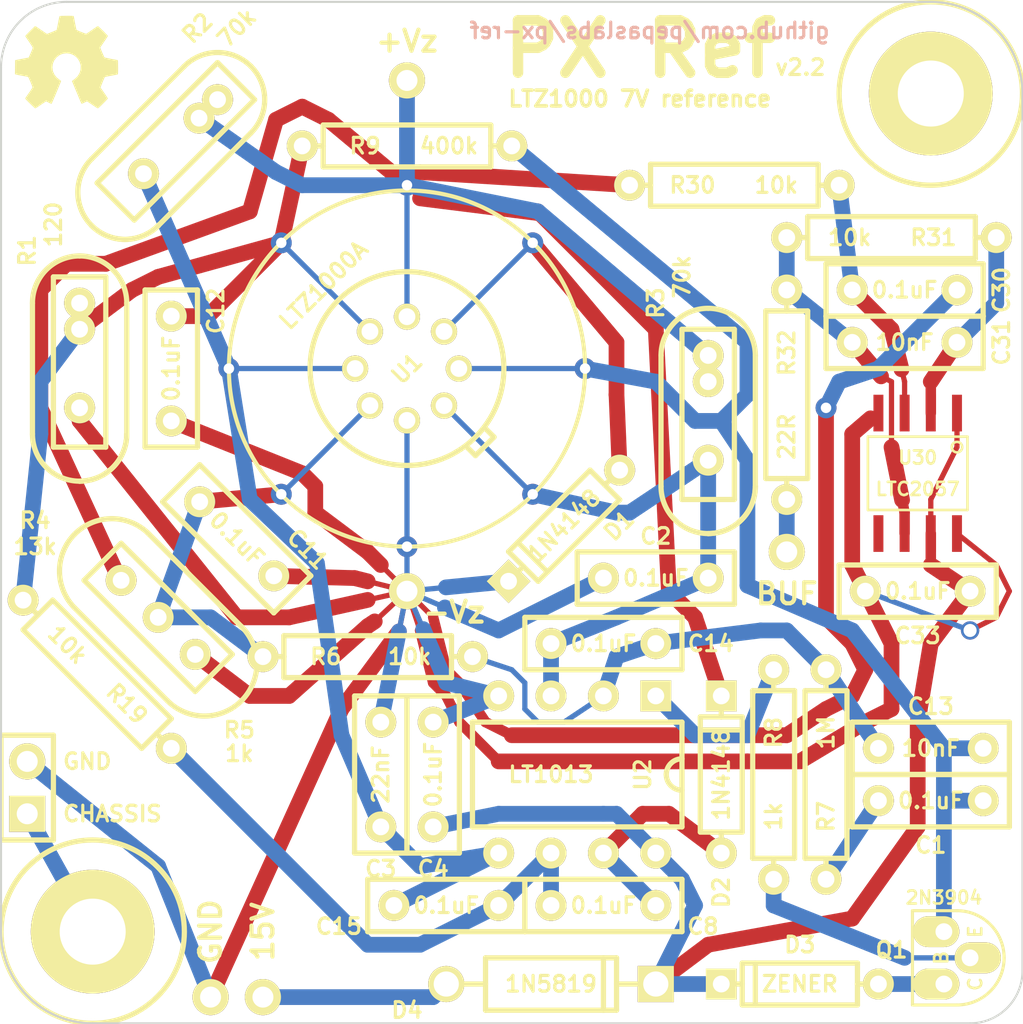
<source format=kicad_pcb>
(kicad_pcb (version 3) (host pcbnew "(22-Jun-2014 BZR 4027)-stable")

  (general
    (links 74)
    (no_connects 0)
    (area 196.1388 64.388999 248.031001 116.459)
    (thickness 1.6)
    (drawings 24)
    (tracks 243)
    (zones 0)
    (modules 42)
    (nets 23)
  )

  (page A3)
  (layers
    (15 F.Cu signal hide)
    (0 B.Cu signal hide)
    (16 B.Adhes user)
    (17 F.Adhes user)
    (18 B.Paste user)
    (19 F.Paste user)
    (20 B.SilkS user hide)
    (21 F.SilkS user)
    (22 B.Mask user)
    (23 F.Mask user)
    (24 Dwgs.User user)
    (25 Cmts.User user)
    (26 Eco1.User user)
    (27 Eco2.User user)
    (28 Edge.Cuts user)
  )

  (setup
    (last_trace_width 0.254)
    (user_trace_width 0.508)
    (user_trace_width 0.762)
    (user_trace_width 1.016)
    (trace_clearance 0.254)
    (zone_clearance 0.508)
    (zone_45_only no)
    (trace_min 0.254)
    (segment_width 0.2)
    (edge_width 0.1)
    (via_size 0.889)
    (via_drill 0.635)
    (via_min_size 0.889)
    (via_min_drill 0.508)
    (user_via 1.016 0.508)
    (uvia_size 0.508)
    (uvia_drill 0.127)
    (uvias_allowed no)
    (uvia_min_size 0.508)
    (uvia_min_drill 0.127)
    (pcb_text_width 0.3)
    (pcb_text_size 1.5 1.5)
    (mod_edge_width 0.254)
    (mod_text_size 1 1)
    (mod_text_width 0.15)
    (pad_size 6 6)
    (pad_drill 3.2)
    (pad_to_mask_clearance 0)
    (aux_axis_origin 0 0)
    (visible_elements FFFFFFBF)
    (pcbplotparams
      (layerselection 284196865)
      (usegerberextensions true)
      (excludeedgelayer true)
      (linewidth 0.150000)
      (plotframeref false)
      (viasonmask false)
      (mode 1)
      (useauxorigin false)
      (hpglpennumber 1)
      (hpglpenspeed 20)
      (hpglpendiameter 15)
      (hpglpenoverlay 2)
      (psnegative false)
      (psa4output false)
      (plotreference true)
      (plotvalue true)
      (plotothertext true)
      (plotinvisibletext false)
      (padsonsilk false)
      (subtractmaskfromsilk false)
      (outputformat 1)
      (mirror false)
      (drillshape 0)
      (scaleselection 1)
      (outputdirectory gerbers))
  )

  (net 0 "")
  (net 1 15V)
  (net 2 CHASSIS)
  (net 3 H+)
  (net 4 N-0000011)
  (net 5 N-0000012)
  (net 6 N-0000013)
  (net 7 N-0000014)
  (net 8 N-0000015)
  (net 9 N-0000016)
  (net 10 N-0000017)
  (net 11 N-0000018)
  (net 12 N-0000019)
  (net 13 N-000002)
  (net 14 N-0000020)
  (net 15 N-0000021)
  (net 16 N-0000022)
  (net 17 N-000005)
  (net 18 N-000007)
  (net 19 N-000008)
  (net 20 "Vz+ Buf")
  (net 21 "Vz+ Sense")
  (net 22 "Vz- Sense")

  (net_class Default "This is the default net class."
    (clearance 0.254)
    (trace_width 0.254)
    (via_dia 0.889)
    (via_drill 0.635)
    (uvia_dia 0.508)
    (uvia_drill 0.127)
    (add_net "")
    (add_net 15V)
    (add_net CHASSIS)
    (add_net H+)
    (add_net N-0000011)
    (add_net N-0000012)
    (add_net N-0000013)
    (add_net N-0000014)
    (add_net N-0000015)
    (add_net N-0000016)
    (add_net N-0000017)
    (add_net N-0000018)
    (add_net N-0000019)
    (add_net N-000002)
    (add_net N-0000020)
    (add_net N-0000021)
    (add_net N-0000022)
    (add_net N-000005)
    (add_net N-000007)
    (add_net N-000008)
    (add_net "Vz+ Buf")
    (add_net "Vz+ Sense")
    (add_net "Vz- Sense")
  )

  (module TO-92_Q_EBC_059Bo_PL (layer F.Cu) (tedit 5A45E7E8) (tstamp 5A2F2629)
    (at 243.84 109.855 90)
    (descr "TO-92 Transistor, EBC pinout")
    (tags DEV)
    (path /59AF91C4)
    (fp_text reference Q1 (at -0.889 -2.54 180) (layer F.SilkS)
      (effects (font (size 0.762 0.762) (thickness 0.1524)))
    )
    (fp_text value 2N3904 (at 1.651 0 180) (layer F.SilkS)
      (effects (font (size 0.635 0.635) (thickness 0.127)))
    )
    (fp_line (start 1.016 0.635) (end 1.016 -1.524) (layer F.SilkS) (width 0.15))
    (fp_line (start 1.016 -1.524) (end -3.556 -1.524) (layer F.SilkS) (width 0.15))
    (fp_line (start -3.556 -1.524) (end -3.556 0.635) (layer F.SilkS) (width 0.15))
    (fp_arc (start -1.27 0.635) (end -1.27 2.921) (angle 90) (layer F.SilkS) (width 0.15))
    (fp_arc (start -1.27 0.635) (end 1.016 0.635) (angle 90) (layer F.SilkS) (width 0.15))
    (fp_text user E (at 0 1.524 90) (layer F.SilkS)
      (effects (font (size 0.635 0.635) (thickness 0.127)))
    )
    (fp_text user B (at -1.27 -0.127 90) (layer F.SilkS)
      (effects (font (size 0.635 0.635) (thickness 0.127)))
    )
    (fp_text user C (at -2.54 1.524 90) (layer F.SilkS)
      (effects (font (size 0.635 0.635) (thickness 0.127)))
    )
    (pad 1 thru_hole oval (at 0 0 90) (size 1.4986 2.2479) (drill 0.8128 (offset 0 -0.37465))
      (layers *.Cu *.Mask F.SilkS)
      (net 3 H+)
    )
    (pad 2 thru_hole oval (at -1.27 1.27 90) (size 1.4986 2.2479) (drill 0.8128 (offset 0 0.37465))
      (layers *.Cu *.Mask F.SilkS)
      (net 11 N-0000018)
    )
    (pad 3 thru_hole oval (at -2.54 0 90) (size 1.4986 2.2479) (drill 0.8128 (offset 0 -0.37465))
      (layers *.Cu *.Mask F.SilkS)
      (net 10 N-0000017)
    )
    (model to-xxx-packages/to92.wrl
      (at (xyz 0 0 0))
      (scale (xyz 1 1 1))
      (rotate (xyz 0 0 0))
    )
  )

  (module R_AXIAL_0W25_059A_PL (layer F.Cu) (tedit 53A245D9) (tstamp 5A2F2686)
    (at 235.585 97.155 270)
    (descr "Resistor Axial 1/4W 0.4\"")
    (tags R)
    (path /59AF91E7)
    (autoplace_cost180 10)
    (fp_text reference R8 (at 3.048 0 270) (layer F.SilkS)
      (effects (font (size 0.762 0.762) (thickness 0.1524)))
    )
    (fp_text value 1k (at 7.112 0 270) (layer F.SilkS)
      (effects (font (size 0.762 0.762) (thickness 0.1524)))
    )
    (fp_line (start 0 0) (end 1.016 0) (layer F.SilkS) (width 0.254))
    (fp_line (start 1.016 0) (end 1.016 -1.016) (layer F.SilkS) (width 0.254))
    (fp_line (start 1.016 -1.016) (end 9.144 -1.016) (layer F.SilkS) (width 0.254))
    (fp_line (start 9.144 -1.016) (end 9.144 1.016) (layer F.SilkS) (width 0.254))
    (fp_line (start 9.144 1.016) (end 1.016 1.016) (layer F.SilkS) (width 0.254))
    (fp_line (start 1.016 1.016) (end 1.016 0) (layer F.SilkS) (width 0.254))
    (fp_line (start 10.16 0) (end 9.144 0) (layer F.SilkS) (width 0.254))
    (pad 1 thru_hole oval (at 0 0 270) (size 1.4986 1.4986) (drill 0.8128)
      (layers *.Cu *.Mask F.SilkS)
      (net 9 N-0000016)
    )
    (pad 2 thru_hole oval (at 10.16 0 270) (size 1.4986 1.4986) (drill 0.8128)
      (layers *.Cu *.Mask F.SilkS)
      (net 11 N-0000018)
    )
    (model discret/resistor.wrl
      (at (xyz 0 0 0))
      (scale (xyz 0.4 0.4 0.4))
      (rotate (xyz 0 0 0))
    )
  )

  (module R_AXIAL_0W25_059A_PL (layer F.Cu) (tedit 53A245D9) (tstamp 5A2F2693)
    (at 238.125 107.315 90)
    (descr "Resistor Axial 1/4W 0.4\"")
    (tags R)
    (path /59AF91FE)
    (autoplace_cost180 10)
    (fp_text reference R7 (at 3.048 0 90) (layer F.SilkS)
      (effects (font (size 0.762 0.762) (thickness 0.1524)))
    )
    (fp_text value 1M (at 7.112 0 90) (layer F.SilkS)
      (effects (font (size 0.762 0.762) (thickness 0.1524)))
    )
    (fp_line (start 0 0) (end 1.016 0) (layer F.SilkS) (width 0.254))
    (fp_line (start 1.016 0) (end 1.016 -1.016) (layer F.SilkS) (width 0.254))
    (fp_line (start 1.016 -1.016) (end 9.144 -1.016) (layer F.SilkS) (width 0.254))
    (fp_line (start 9.144 -1.016) (end 9.144 1.016) (layer F.SilkS) (width 0.254))
    (fp_line (start 9.144 1.016) (end 1.016 1.016) (layer F.SilkS) (width 0.254))
    (fp_line (start 1.016 1.016) (end 1.016 0) (layer F.SilkS) (width 0.254))
    (fp_line (start 10.16 0) (end 9.144 0) (layer F.SilkS) (width 0.254))
    (pad 1 thru_hole oval (at 0 0 90) (size 1.4986 1.4986) (drill 0.8128)
      (layers *.Cu *.Mask F.SilkS)
      (net 8 N-0000015)
    )
    (pad 2 thru_hole oval (at 10.16 0 90) (size 1.4986 1.4986) (drill 0.8128)
      (layers *.Cu *.Mask F.SilkS)
      (net 12 N-0000019)
    )
    (model discret/resistor.wrl
      (at (xyz 0 0 0))
      (scale (xyz 0.4 0.4 0.4))
      (rotate (xyz 0 0 0))
    )
  )

  (module R_AXIAL_0W25_059A_PL (layer F.Cu) (tedit 53A245D9) (tstamp 5A2F26A0)
    (at 210.82 96.52)
    (descr "Resistor Axial 1/4W 0.4\"")
    (tags R)
    (path /59AF9213)
    (autoplace_cost180 10)
    (fp_text reference R6 (at 3.048 0) (layer F.SilkS)
      (effects (font (size 0.762 0.762) (thickness 0.1524)))
    )
    (fp_text value 10k (at 7.112 0) (layer F.SilkS)
      (effects (font (size 0.762 0.762) (thickness 0.1524)))
    )
    (fp_line (start 0 0) (end 1.016 0) (layer F.SilkS) (width 0.254))
    (fp_line (start 1.016 0) (end 1.016 -1.016) (layer F.SilkS) (width 0.254))
    (fp_line (start 1.016 -1.016) (end 9.144 -1.016) (layer F.SilkS) (width 0.254))
    (fp_line (start 9.144 -1.016) (end 9.144 1.016) (layer F.SilkS) (width 0.254))
    (fp_line (start 9.144 1.016) (end 1.016 1.016) (layer F.SilkS) (width 0.254))
    (fp_line (start 1.016 1.016) (end 1.016 0) (layer F.SilkS) (width 0.254))
    (fp_line (start 10.16 0) (end 9.144 0) (layer F.SilkS) (width 0.254))
    (pad 1 thru_hole oval (at 0 0) (size 1.4986 1.4986) (drill 0.8128)
      (layers *.Cu *.Mask F.SilkS)
      (net 17 N-000005)
    )
    (pad 2 thru_hole oval (at 10.16 0) (size 1.4986 1.4986) (drill 0.8128)
      (layers *.Cu *.Mask F.SilkS)
      (net 12 N-0000019)
    )
    (model discret/resistor.wrl
      (at (xyz 0 0 0))
      (scale (xyz 0.4 0.4 0.4))
      (rotate (xyz 0 0 0))
    )
  )

  (module R_AXIAL_0W25_059A_PL (layer F.Cu) (tedit 53A245D9) (tstamp 5A2F26AD)
    (at 212.725 71.755)
    (descr "Resistor Axial 1/4W 0.4\"")
    (tags R)
    (path /59B4D6F1)
    (autoplace_cost180 10)
    (fp_text reference R9 (at 3.048 0) (layer F.SilkS)
      (effects (font (size 0.762 0.762) (thickness 0.1524)))
    )
    (fp_text value 400k (at 7.112 0) (layer F.SilkS)
      (effects (font (size 0.762 0.762) (thickness 0.1524)))
    )
    (fp_line (start 0 0) (end 1.016 0) (layer F.SilkS) (width 0.254))
    (fp_line (start 1.016 0) (end 1.016 -1.016) (layer F.SilkS) (width 0.254))
    (fp_line (start 1.016 -1.016) (end 9.144 -1.016) (layer F.SilkS) (width 0.254))
    (fp_line (start 9.144 -1.016) (end 9.144 1.016) (layer F.SilkS) (width 0.254))
    (fp_line (start 9.144 1.016) (end 1.016 1.016) (layer F.SilkS) (width 0.254))
    (fp_line (start 1.016 1.016) (end 1.016 0) (layer F.SilkS) (width 0.254))
    (fp_line (start 10.16 0) (end 9.144 0) (layer F.SilkS) (width 0.254))
    (pad 1 thru_hole oval (at 0 0) (size 1.4986 1.4986) (drill 0.8128)
      (layers *.Cu *.Mask F.SilkS)
      (net 15 N-0000021)
    )
    (pad 2 thru_hole oval (at 10.16 0) (size 1.4986 1.4986) (drill 0.8128)
      (layers *.Cu *.Mask F.SilkS)
      (net 3 H+)
    )
    (model discret/resistor.wrl
      (at (xyz 0 0 0))
      (scale (xyz 0.4 0.4 0.4))
      (rotate (xyz 0 0 0))
    )
  )

  (module R_AXIAL_0W25_059A_PL (layer F.Cu) (tedit 53A245D9) (tstamp 5A336CF4)
    (at 206.375 100.965 135)
    (descr "Resistor Axial 1/4W 0.4\"")
    (tags R)
    (path /5A2E9981)
    (autoplace_cost180 10)
    (fp_text reference R19 (at 3.048 0 135) (layer F.SilkS)
      (effects (font (size 0.762 0.762) (thickness 0.1524)))
    )
    (fp_text value 10k (at 7.112 0 135) (layer F.SilkS)
      (effects (font (size 0.762 0.762) (thickness 0.1524)))
    )
    (fp_line (start 0 0) (end 1.016 0) (layer F.SilkS) (width 0.254))
    (fp_line (start 1.016 0) (end 1.016 -1.016) (layer F.SilkS) (width 0.254))
    (fp_line (start 1.016 -1.016) (end 9.144 -1.016) (layer F.SilkS) (width 0.254))
    (fp_line (start 9.144 -1.016) (end 9.144 1.016) (layer F.SilkS) (width 0.254))
    (fp_line (start 9.144 1.016) (end 1.016 1.016) (layer F.SilkS) (width 0.254))
    (fp_line (start 1.016 1.016) (end 1.016 0) (layer F.SilkS) (width 0.254))
    (fp_line (start 10.16 0) (end 9.144 0) (layer F.SilkS) (width 0.254))
    (pad 1 thru_hole oval (at 0 0 135) (size 1.4986 1.4986) (drill 0.8128)
      (layers *.Cu *.Mask F.SilkS)
      (net 7 N-0000014)
    )
    (pad 2 thru_hole oval (at 10.16 0 135) (size 1.4986 1.4986) (drill 0.8128)
      (layers *.Cu *.Mask F.SilkS)
      (net 15 N-0000021)
    )
    (model discret/resistor.wrl
      (at (xyz 0 0 0))
      (scale (xyz 0.4 0.4 0.4))
      (rotate (xyz 0 0 0))
    )
  )

  (module TO-99_PL (layer F.Cu) (tedit 5A31A5C2) (tstamp 5A2F2FBD)
    (at 217.805 82.55 225)
    (path /5A2F2F94)
    (fp_text reference U1 (at 0 0 225) (layer F.SilkS)
      (effects (font (size 0.762 0.762) (thickness 0.1524)))
    )
    (fp_text value LTZ1000A (at 0 5.715 225) (layer F.SilkS)
      (effects (font (size 0.762 0.762) (thickness 0.1524)))
    )
    (fp_circle (center 0 0) (end 4.699 0) (layer F.SilkS) (width 0.254))
    (fp_line (start 0.635 -5.334) (end 0.635 -4.699) (layer F.SilkS) (width 0.254))
    (fp_line (start -0.635 -5.334) (end -0.635 -4.699) (layer F.SilkS) (width 0.254))
    (fp_line (start -0.635 -5.334) (end 0.635 -5.334) (layer F.SilkS) (width 0.254))
    (pad 4 thru_hole circle (at 0 2.54 225) (size 1.27 1.27) (drill 0.8128)
      (layers *.Cu *.Mask F.SilkS)
      (net 15 N-0000021)
    )
    (pad 2 thru_hole circle (at -2.54 0 225) (size 1.27 1.27) (drill 0.8128)
      (layers *.Cu *.Mask F.SilkS)
      (net 13 N-000002)
    )
    (pad 1 thru_hole circle (at -1.778 -1.778 225) (size 1.27 1.27) (drill 0.8128)
      (layers *.Cu *.Mask F.SilkS)
      (net 3 H+)
    )
    (pad 3 thru_hole circle (at -1.778 1.778 225) (size 1.27 1.27) (drill 0.8128)
      (layers *.Cu *.Mask F.SilkS)
      (net 21 "Vz+ Sense")
    )
    (pad 8 thru_hole circle (at 0 -2.54 225) (size 1.27 1.27) (drill 0.8128)
      (layers *.Cu *.Mask F.SilkS)
      (net 16 N-0000022)
    )
    (pad 7 thru_hole circle (at 1.778 -1.778 225) (size 1.27 1.27) (drill 0.8128)
      (layers *.Cu *.Mask F.SilkS)
      (net 22 "Vz- Sense")
    )
    (pad 6 thru_hole circle (at 2.54 0 225) (size 1.27 1.27) (drill 0.8128)
      (layers *.Cu *.Mask F.SilkS)
      (net 17 N-000005)
    )
    (pad 5 thru_hole circle (at 1.778 1.778 225) (size 1.27 1.27) (drill 0.8128)
      (layers *.Cu *.Mask F.SilkS)
      (net 5 N-0000012)
    )
  )

  (module DIP8_059A_PL (layer F.Cu) (tedit 53A23991) (tstamp 5A2F2FCF)
    (at 229.87 98.425 180)
    (descr "8-lead DIP package")
    (tags DIP)
    (path /59AF9182)
    (fp_text reference U2 (at 0.635 -3.81 270) (layer F.SilkS)
      (effects (font (size 0.762 0.762) (thickness 0.1524)))
    )
    (fp_text value LT1013 (at 5.08 -3.81 180) (layer F.SilkS)
      (effects (font (size 0.762 0.762) (thickness 0.1524)))
    )
    (fp_arc (start -1.27 -3.81) (end -1.27 -4.572) (angle 90) (layer F.SilkS) (width 0.254))
    (fp_arc (start -1.27 -3.81) (end -0.508 -3.81) (angle 90) (layer F.SilkS) (width 0.254))
    (fp_line (start -1.27 -6.35) (end 8.89 -6.35) (layer F.SilkS) (width 0.254))
    (fp_line (start 8.89 -6.35) (end 8.89 -1.27) (layer F.SilkS) (width 0.254))
    (fp_line (start 8.89 -1.27) (end -1.27 -1.27) (layer F.SilkS) (width 0.254))
    (fp_line (start -1.27 -1.27) (end -1.27 -6.35) (layer F.SilkS) (width 0.254))
    (pad 1 thru_hole rect (at 0 0 180) (size 1.4986 1.4986) (drill 0.8128)
      (layers *.Cu *.Mask F.SilkS)
      (net 9 N-0000016)
    )
    (pad 2 thru_hole oval (at 2.54 0 180) (size 1.4986 1.4986) (drill 0.8128)
      (layers *.Cu *.Mask F.SilkS)
      (net 12 N-0000019)
    )
    (pad 3 thru_hole oval (at 5.08 0 180) (size 1.4986 1.4986) (drill 0.8128)
      (layers *.Cu *.Mask F.SilkS)
      (net 16 N-0000022)
    )
    (pad 4 thru_hole oval (at 7.62 0 180) (size 1.4986 1.4986) (drill 0.8128)
      (layers *.Cu *.Mask F.SilkS)
      (net 22 "Vz- Sense")
    )
    (pad 5 thru_hole oval (at 7.62 -7.62 180) (size 1.4986 1.4986) (drill 0.8128)
      (layers *.Cu *.Mask F.SilkS)
      (net 5 N-0000012)
    )
    (pad 6 thru_hole oval (at 5.08 -7.62 180) (size 1.4986 1.4986) (drill 0.8128)
      (layers *.Cu *.Mask F.SilkS)
      (net 7 N-0000014)
    )
    (pad 8 thru_hole oval (at 0 -7.62 180) (size 1.4986 1.4986) (drill 0.8128)
      (layers *.Cu *.Mask F.SilkS)
      (net 1 15V)
    )
    (pad 7 thru_hole oval (at 2.54 -7.62 180) (size 1.4986 1.4986) (drill 0.8128)
      (layers *.Cu *.Mask F.SilkS)
      (net 6 N-0000013)
    )
    (model dil/dil_8.wrl
      (at (xyz 0 0 0))
      (scale (xyz 1 1 1))
      (rotate (xyz 0 0 0))
    )
  )

  (module 1pin_040_069 (layer F.Cu) (tedit 53325090) (tstamp 5A2F39DA)
    (at 210.82 113.03)
    (descr "1 pin, 0.040\" drill, 0.069\" round pad")
    (path /59B592AE)
    (fp_text reference P1 (at 0 -2.54) (layer F.SilkS) hide
      (effects (font (size 1.016 1.016) (thickness 0.254)))
    )
    (fp_text value CONN_1X1 (at 0 2.54) (layer F.SilkS) hide
      (effects (font (size 1.016 1.016) (thickness 0.254)))
    )
    (pad 1 thru_hole oval (at 0 0) (size 1.7526 1.7526) (drill 1.016)
      (layers *.Cu *.Mask F.SilkS)
      (net 14 N-0000020)
    )
  )

  (module 1pin_040_069 (layer F.Cu) (tedit 53325090) (tstamp 5A2F39DF)
    (at 208.28 113.03)
    (descr "1 pin, 0.040\" drill, 0.069\" round pad")
    (path /59B592C7)
    (fp_text reference P4 (at 0 -2.54) (layer F.SilkS) hide
      (effects (font (size 1.016 1.016) (thickness 0.254)))
    )
    (fp_text value CONN_1X1 (at 0 2.54) (layer F.SilkS) hide
      (effects (font (size 1.016 1.016) (thickness 0.254)))
    )
    (pad 1 thru_hole oval (at 0 0) (size 1.7526 1.7526) (drill 1.016)
      (layers *.Cu *.Mask F.SilkS)
      (net 22 "Vz- Sense")
    )
  )

  (module hole_M3 (layer F.Cu) (tedit 5929070A) (tstamp 5A312CA3)
    (at 243.205 69.215)
    (descr "M3 mounting hole")
    (path 1pin)
    (fp_text reference H*** (at 0 -3.048) (layer F.SilkS) hide
      (effects (font (size 1.016 1.016) (thickness 0.254)))
    )
    (fp_text value Val** (at 0 2.794) (layer F.SilkS) hide
      (effects (font (size 1.016 1.016) (thickness 0.254)))
    )
    (fp_circle (center 0 0) (end 4.445 0) (layer F.SilkS) (width 0.254))
    (pad 1 thru_hole circle (at 0 0) (size 6 6) (drill 3.2)
      (layers *.Cu *.Mask F.SilkS)
    )
  )

  (module R_BOX_DIVIDER_PL (layer F.Cu) (tedit 5A320BF9) (tstamp 5A320847)
    (at 205.74 94.615 315)
    (path /5A2F337D)
    (fp_text reference R45 (at -3.81 -3.175 315) (layer F.SilkS) hide
      (effects (font (size 0.635 0.635) (thickness 0.127)))
    )
    (fp_text value "1k / 13k" (at 3.81 -3.175 315) (layer F.SilkS) hide
      (effects (font (size 0.635 0.635) (thickness 0.127)))
    )
    (fp_line (start -3.81 -1.27) (end 3.81 -1.27) (layer F.SilkS) (width 0.254))
    (fp_line (start 3.81 -1.27) (end 3.81 1.27) (layer F.SilkS) (width 0.254))
    (fp_line (start 3.81 1.27) (end -3.81 1.27) (layer F.SilkS) (width 0.254))
    (fp_line (start -3.81 1.27) (end -3.81 -1.27) (layer F.SilkS) (width 0.254))
    (fp_line (start -3.175 2.54) (end 3.175 2.54) (layer F.SilkS) (width 0.254))
    (fp_line (start -3.175 -2.54) (end 3.175 -2.54) (layer F.SilkS) (width 0.254))
    (fp_arc (start 3.175 0) (end 5.715 0) (angle 90) (layer F.SilkS) (width 0.254))
    (fp_arc (start 3.175 0) (end 3.175 -2.54) (angle 90) (layer F.SilkS) (width 0.254))
    (fp_arc (start -3.175 0) (end -5.715 0) (angle 90) (layer F.SilkS) (width 0.254))
    (fp_arc (start -3.175 0) (end -3.175 2.54) (angle 90) (layer F.SilkS) (width 0.254))
    (pad 1 thru_hole circle (at -2.54 0 315) (size 1.4986 1.4986) (drill 0.8128)
      (layers *.Cu *.Mask F.SilkS)
      (net 21 "Vz+ Sense")
    )
    (pad 3 thru_hole circle (at 2.54 0 315) (size 1.4986 1.4986) (drill 0.8128)
      (layers *.Cu *.Mask F.SilkS)
      (net 22 "Vz- Sense")
    )
    (pad 2 thru_hole circle (at 0 0 315) (size 1.4986 1.4986) (drill 0.8128)
      (layers *.Cu *.Mask F.SilkS)
      (net 17 N-000005)
    )
  )

  (module BOXCAP_01_03_02_059A (layer F.Cu) (tedit 5A45E7A7) (tstamp 5A456C18)
    (at 243.205 103.505)
    (descr "Film Capacitor, 0.2\" pin spacing")
    (tags C)
    (path /59B58E77)
    (fp_text reference C1 (at 0 2.159) (layer F.SilkS)
      (effects (font (size 0.762 0.762) (thickness 0.1524)))
    )
    (fp_text value 0.1uF (at 0 0) (layer F.SilkS)
      (effects (font (size 0.762 0.762) (thickness 0.1524)))
    )
    (fp_line (start 3.81 -1.27) (end 3.81 1.27) (layer F.SilkS) (width 0.254))
    (fp_line (start -3.81 -1.27) (end -3.81 1.27) (layer F.SilkS) (width 0.254))
    (fp_line (start 3.81 1.27) (end -3.81 1.27) (layer F.SilkS) (width 0.254))
    (fp_line (start -3.81 -1.27) (end 3.81 -1.27) (layer F.SilkS) (width 0.254))
    (pad 1 thru_hole circle (at -2.54 0) (size 1.4986 1.4986) (drill 0.8128)
      (layers *.Cu *.Mask F.SilkS)
      (net 8 N-0000015)
    )
    (pad 2 thru_hole circle (at 2.54 0) (size 1.4986 1.4986) (drill 0.8128)
      (layers *.Cu *.Mask F.SilkS)
      (net 3 H+)
    )
    (model discret/capa_2pas_5x5mm.wrl
      (at (xyz 0 0 0))
      (scale (xyz 1 1 1))
      (rotate (xyz 0 0 0))
    )
  )

  (module BOXCAP_01_03_02_059A (layer F.Cu) (tedit 5A460871) (tstamp 5A440AD1)
    (at 229.87 92.71 180)
    (descr "Film Capacitor, 0.2\" pin spacing")
    (tags C)
    (path /5A2E955E)
    (fp_text reference C2 (at 0 2.032 180) (layer F.SilkS)
      (effects (font (size 0.762 0.762) (thickness 0.1524)))
    )
    (fp_text value 0.1uF (at 0 0 180) (layer F.SilkS)
      (effects (font (size 0.762 0.762) (thickness 0.1524)))
    )
    (fp_line (start 3.81 -1.27) (end 3.81 1.27) (layer F.SilkS) (width 0.254))
    (fp_line (start -3.81 -1.27) (end -3.81 1.27) (layer F.SilkS) (width 0.254))
    (fp_line (start 3.81 1.27) (end -3.81 1.27) (layer F.SilkS) (width 0.254))
    (fp_line (start -3.81 -1.27) (end 3.81 -1.27) (layer F.SilkS) (width 0.254))
    (pad 1 thru_hole circle (at -2.54 0 180) (size 1.4986 1.4986) (drill 0.8128)
      (layers *.Cu *.Mask F.SilkS)
      (net 16 N-0000022)
    )
    (pad 2 thru_hole circle (at 2.54 0 180) (size 1.4986 1.4986) (drill 0.8128)
      (layers *.Cu *.Mask F.SilkS)
      (net 22 "Vz- Sense")
    )
    (model discret/capa_2pas_5x5mm.wrl
      (at (xyz 0 0 0))
      (scale (xyz 1 1 1))
      (rotate (xyz 0 0 0))
    )
  )

  (module BOXCAP_01_03_02_059A (layer F.Cu) (tedit 5A45E790) (tstamp 5A440B0E)
    (at 216.535 102.235 90)
    (descr "Film Capacitor, 0.2\" pin spacing")
    (tags C)
    (path /5A2E9577)
    (fp_text reference C3 (at -4.572 0 180) (layer F.SilkS)
      (effects (font (size 0.762 0.762) (thickness 0.1524)))
    )
    (fp_text value 22nF (at 0 0 90) (layer F.SilkS)
      (effects (font (size 0.762 0.762) (thickness 0.1524)))
    )
    (fp_line (start 3.81 -1.27) (end 3.81 1.27) (layer F.SilkS) (width 0.254))
    (fp_line (start -3.81 -1.27) (end -3.81 1.27) (layer F.SilkS) (width 0.254))
    (fp_line (start 3.81 1.27) (end -3.81 1.27) (layer F.SilkS) (width 0.254))
    (fp_line (start -3.81 -1.27) (end 3.81 -1.27) (layer F.SilkS) (width 0.254))
    (pad 1 thru_hole circle (at -2.54 0 90) (size 1.4986 1.4986) (drill 0.8128)
      (layers *.Cu *.Mask F.SilkS)
      (net 5 N-0000012)
    )
    (pad 2 thru_hole circle (at 2.54 0 90) (size 1.4986 1.4986) (drill 0.8128)
      (layers *.Cu *.Mask F.SilkS)
      (net 22 "Vz- Sense")
    )
    (model discret/capa_2pas_5x5mm.wrl
      (at (xyz 0 0 0))
      (scale (xyz 1 1 1))
      (rotate (xyz 0 0 0))
    )
  )

  (module BOXCAP_01_03_02_059A (layer F.Cu) (tedit 5A45E786) (tstamp 5A440B44)
    (at 219.075 102.235 90)
    (descr "Film Capacitor, 0.2\" pin spacing")
    (tags C)
    (path /59B58EFF)
    (fp_text reference C4 (at -4.572 0 180) (layer F.SilkS)
      (effects (font (size 0.762 0.762) (thickness 0.1524)))
    )
    (fp_text value 0.1uF (at 0 0 90) (layer F.SilkS)
      (effects (font (size 0.762 0.762) (thickness 0.1524)))
    )
    (fp_line (start 3.81 -1.27) (end 3.81 1.27) (layer F.SilkS) (width 0.254))
    (fp_line (start -3.81 -1.27) (end -3.81 1.27) (layer F.SilkS) (width 0.254))
    (fp_line (start 3.81 1.27) (end -3.81 1.27) (layer F.SilkS) (width 0.254))
    (fp_line (start -3.81 -1.27) (end 3.81 -1.27) (layer F.SilkS) (width 0.254))
    (pad 1 thru_hole circle (at -2.54 0 90) (size 1.4986 1.4986) (drill 0.8128)
      (layers *.Cu *.Mask F.SilkS)
      (net 1 15V)
    )
    (pad 2 thru_hole circle (at 2.54 0 90) (size 1.4986 1.4986) (drill 0.8128)
      (layers *.Cu *.Mask F.SilkS)
      (net 22 "Vz- Sense")
    )
    (model discret/capa_2pas_5x5mm.wrl
      (at (xyz 0 0 0))
      (scale (xyz 1 1 1))
      (rotate (xyz 0 0 0))
    )
  )

  (module BOXCAP_01_03_02_059A (layer F.Cu) (tedit 5A45E7F4) (tstamp 5A440E99)
    (at 227.33 108.585)
    (descr "Film Capacitor, 0.2\" pin spacing")
    (tags C)
    (path /5A2E9A74)
    (fp_text reference C8 (at 4.826 1.016) (layer F.SilkS)
      (effects (font (size 0.762 0.762) (thickness 0.1524)))
    )
    (fp_text value 0.1uF (at 0 0) (layer F.SilkS)
      (effects (font (size 0.762 0.762) (thickness 0.1524)))
    )
    (fp_line (start 3.81 -1.27) (end 3.81 1.27) (layer F.SilkS) (width 0.254))
    (fp_line (start -3.81 -1.27) (end -3.81 1.27) (layer F.SilkS) (width 0.254))
    (fp_line (start 3.81 1.27) (end -3.81 1.27) (layer F.SilkS) (width 0.254))
    (fp_line (start -3.81 -1.27) (end 3.81 -1.27) (layer F.SilkS) (width 0.254))
    (pad 1 thru_hole circle (at -2.54 0) (size 1.4986 1.4986) (drill 0.8128)
      (layers *.Cu *.Mask F.SilkS)
      (net 7 N-0000014)
    )
    (pad 2 thru_hole circle (at 2.54 0) (size 1.4986 1.4986) (drill 0.8128)
      (layers *.Cu *.Mask F.SilkS)
      (net 6 N-0000013)
    )
    (model discret/capa_2pas_5x5mm.wrl
      (at (xyz 0 0 0))
      (scale (xyz 1 1 1))
      (rotate (xyz 0 0 0))
    )
  )

  (module BOXCAP_01_03_02_059A (layer F.Cu) (tedit 5A45E82C) (tstamp 5A4708DC)
    (at 209.55 90.805 315)
    (descr "Film Capacitor, 0.2\" pin spacing")
    (tags C)
    (path /5A2E983B)
    (fp_text reference C11 (at 2.783879 -2.065459 315) (layer F.SilkS)
      (effects (font (size 0.762 0.762) (thickness 0.1524)))
    )
    (fp_text value 0.1uF (at 0 0 315) (layer F.SilkS)
      (effects (font (size 0.762 0.762) (thickness 0.1524)))
    )
    (fp_line (start 3.81 -1.27) (end 3.81 1.27) (layer F.SilkS) (width 0.254))
    (fp_line (start -3.81 -1.27) (end -3.81 1.27) (layer F.SilkS) (width 0.254))
    (fp_line (start 3.81 1.27) (end -3.81 1.27) (layer F.SilkS) (width 0.254))
    (fp_line (start -3.81 -1.27) (end 3.81 -1.27) (layer F.SilkS) (width 0.254))
    (pad 1 thru_hole circle (at -2.54 0 315) (size 1.4986 1.4986) (drill 0.8128)
      (layers *.Cu *.Mask F.SilkS)
      (net 17 N-000005)
    )
    (pad 2 thru_hole circle (at 2.54 0 315) (size 1.4986 1.4986) (drill 0.8128)
      (layers *.Cu *.Mask F.SilkS)
      (net 22 "Vz- Sense")
    )
    (model discret/capa_2pas_5x5mm.wrl
      (at (xyz 0 0 0))
      (scale (xyz 1 1 1))
      (rotate (xyz 0 0 0))
    )
  )

  (module BOXCAP_01_03_02_059A (layer F.Cu) (tedit 5A45E824) (tstamp 5A44101E)
    (at 206.375 82.55 270)
    (descr "Film Capacitor, 0.2\" pin spacing")
    (tags C)
    (path /5A2E956D)
    (fp_text reference C12 (at -2.794 -2.159 270) (layer F.SilkS)
      (effects (font (size 0.762 0.762) (thickness 0.1524)))
    )
    (fp_text value 0.1uF (at 0 0 270) (layer F.SilkS)
      (effects (font (size 0.762 0.762) (thickness 0.1524)))
    )
    (fp_line (start 3.81 -1.27) (end 3.81 1.27) (layer F.SilkS) (width 0.254))
    (fp_line (start -3.81 -1.27) (end -3.81 1.27) (layer F.SilkS) (width 0.254))
    (fp_line (start 3.81 1.27) (end -3.81 1.27) (layer F.SilkS) (width 0.254))
    (fp_line (start -3.81 -1.27) (end 3.81 -1.27) (layer F.SilkS) (width 0.254))
    (pad 1 thru_hole circle (at -2.54 0 270) (size 1.4986 1.4986) (drill 0.8128)
      (layers *.Cu *.Mask F.SilkS)
      (net 15 N-0000021)
    )
    (pad 2 thru_hole circle (at 2.54 0 270) (size 1.4986 1.4986) (drill 0.8128)
      (layers *.Cu *.Mask F.SilkS)
      (net 22 "Vz- Sense")
    )
    (model discret/capa_2pas_5x5mm.wrl
      (at (xyz 0 0 0))
      (scale (xyz 1 1 1))
      (rotate (xyz 0 0 0))
    )
  )

  (module BOXCAP_01_03_02_059A (layer F.Cu) (tedit 5A45E7AC) (tstamp 5A456C0D)
    (at 243.205 100.965 180)
    (descr "Film Capacitor, 0.2\" pin spacing")
    (tags C)
    (path /5A2E9CE0)
    (fp_text reference C13 (at 0 2.032 180) (layer F.SilkS)
      (effects (font (size 0.762 0.762) (thickness 0.1524)))
    )
    (fp_text value 10nF (at 0 0 180) (layer F.SilkS)
      (effects (font (size 0.762 0.762) (thickness 0.1524)))
    )
    (fp_line (start 3.81 -1.27) (end 3.81 1.27) (layer F.SilkS) (width 0.254))
    (fp_line (start -3.81 -1.27) (end -3.81 1.27) (layer F.SilkS) (width 0.254))
    (fp_line (start 3.81 1.27) (end -3.81 1.27) (layer F.SilkS) (width 0.254))
    (fp_line (start -3.81 -1.27) (end 3.81 -1.27) (layer F.SilkS) (width 0.254))
    (pad 1 thru_hole circle (at -2.54 0 180) (size 1.4986 1.4986) (drill 0.8128)
      (layers *.Cu *.Mask F.SilkS)
      (net 3 H+)
    )
    (pad 2 thru_hole circle (at 2.54 0 180) (size 1.4986 1.4986) (drill 0.8128)
      (layers *.Cu *.Mask F.SilkS)
      (net 12 N-0000019)
    )
    (model discret/capa_2pas_5x5mm.wrl
      (at (xyz 0 0 0))
      (scale (xyz 1 1 1))
      (rotate (xyz 0 0 0))
    )
  )

  (module BOXCAP_01_03_02_059A (layer F.Cu) (tedit 5A45E7BE) (tstamp 5A441096)
    (at 227.33 95.885 180)
    (descr "Film Capacitor, 0.2\" pin spacing")
    (tags C)
    (path /5A2E9DC5)
    (fp_text reference C14 (at -5.207 0 180) (layer F.SilkS)
      (effects (font (size 0.762 0.762) (thickness 0.1524)))
    )
    (fp_text value 0.1uF (at 0 0 180) (layer F.SilkS)
      (effects (font (size 0.762 0.762) (thickness 0.1524)))
    )
    (fp_line (start 3.81 -1.27) (end 3.81 1.27) (layer F.SilkS) (width 0.254))
    (fp_line (start -3.81 -1.27) (end -3.81 1.27) (layer F.SilkS) (width 0.254))
    (fp_line (start 3.81 1.27) (end -3.81 1.27) (layer F.SilkS) (width 0.254))
    (fp_line (start -3.81 -1.27) (end 3.81 -1.27) (layer F.SilkS) (width 0.254))
    (pad 1 thru_hole circle (at -2.54 0 180) (size 1.4986 1.4986) (drill 0.8128)
      (layers *.Cu *.Mask F.SilkS)
      (net 12 N-0000019)
    )
    (pad 2 thru_hole circle (at 2.54 0 180) (size 1.4986 1.4986) (drill 0.8128)
      (layers *.Cu *.Mask F.SilkS)
      (net 16 N-0000022)
    )
    (model discret/capa_2pas_5x5mm.wrl
      (at (xyz 0 0 0))
      (scale (xyz 1 1 1))
      (rotate (xyz 0 0 0))
    )
  )

  (module BOXCAP_01_03_02_059A (layer F.Cu) (tedit 5A45E7F9) (tstamp 5A441655)
    (at 219.71 108.585 180)
    (descr "Film Capacitor, 0.2\" pin spacing")
    (tags C)
    (path /5A441649)
    (fp_text reference C15 (at 5.207 -1.016 180) (layer F.SilkS)
      (effects (font (size 0.762 0.762) (thickness 0.1524)))
    )
    (fp_text value 0.1uF (at 0 0 180) (layer F.SilkS)
      (effects (font (size 0.762 0.762) (thickness 0.1524)))
    )
    (fp_line (start 3.81 -1.27) (end 3.81 1.27) (layer F.SilkS) (width 0.254))
    (fp_line (start -3.81 -1.27) (end -3.81 1.27) (layer F.SilkS) (width 0.254))
    (fp_line (start 3.81 1.27) (end -3.81 1.27) (layer F.SilkS) (width 0.254))
    (fp_line (start -3.81 -1.27) (end 3.81 -1.27) (layer F.SilkS) (width 0.254))
    (pad 1 thru_hole circle (at -2.54 0 180) (size 1.4986 1.4986) (drill 0.8128)
      (layers *.Cu *.Mask F.SilkS)
      (net 7 N-0000014)
    )
    (pad 2 thru_hole circle (at 2.54 0 180) (size 1.4986 1.4986) (drill 0.8128)
      (layers *.Cu *.Mask F.SilkS)
      (net 5 N-0000012)
    )
    (model discret/capa_2pas_5x5mm.wrl
      (at (xyz 0 0 0))
      (scale (xyz 1 1 1))
      (rotate (xyz 0 0 0))
    )
  )

  (module 1pin_040_069 (layer F.Cu) (tedit 53325090) (tstamp 5A441741)
    (at 217.805 93.345)
    (descr "1 pin, 0.040\" drill, 0.069\" round pad")
    (path /5A4418D5)
    (fp_text reference P5 (at 0 -2.54) (layer F.SilkS) hide
      (effects (font (size 1.016 1.016) (thickness 0.254)))
    )
    (fp_text value CONN_1X1 (at 0 2.54) (layer F.SilkS) hide
      (effects (font (size 1.016 1.016) (thickness 0.254)))
    )
    (pad 1 thru_hole oval (at 0 0) (size 1.7526 1.7526) (drill 1.016)
      (layers *.Cu *.Mask F.SilkS)
      (net 22 "Vz- Sense")
    )
  )

  (module DIODE_1A_069A_PL (layer F.Cu) (tedit 5A45E75C) (tstamp 5A4520F5)
    (at 224.79 112.395)
    (descr "1 Amp diode, 0.4\"")
    (tags "DIODE DEV")
    (path /5A2E3CB9)
    (fp_text reference D4 (at -6.985 1.27) (layer F.SilkS)
      (effects (font (size 0.762 0.762) (thickness 0.1524)))
    )
    (fp_text value 1N5819 (at 0 0) (layer F.SilkS)
      (effects (font (size 0.762 0.762) (thickness 0.1524)))
    )
    (fp_line (start -5.08 0) (end -3.175 0) (layer F.SilkS) (width 0.254))
    (fp_line (start 3.175 0) (end 5.08 0) (layer F.SilkS) (width 0.254))
    (fp_line (start 2.54 -1.27) (end 2.54 1.27) (layer F.SilkS) (width 0.254))
    (fp_line (start -3.175 1.27) (end 3.175 1.27) (layer F.SilkS) (width 0.254))
    (fp_line (start -3.175 -1.27) (end -3.175 1.27) (layer F.SilkS) (width 0.254))
    (fp_line (start 3.175 -1.27) (end 3.175 1.27) (layer F.SilkS) (width 0.254))
    (fp_line (start -3.175 -1.27) (end 3.175 -1.27) (layer F.SilkS) (width 0.254))
    (pad 2 thru_hole rect (at 5.08 0) (size 1.7526 1.7526) (drill 1.2192)
      (layers *.Cu *.Mask F.SilkS)
      (net 1 15V)
    )
    (pad 1 thru_hole oval (at -5.08 0) (size 1.7526 1.7526) (drill 1.2192)
      (layers *.Cu *.Mask F.SilkS)
      (net 14 N-0000020)
    )
    (model discret/diode.wrl
      (at (xyz 0 0 0))
      (scale (xyz 0.3 0.3 0.3))
      (rotate (xyz 0 0 0))
    )
  )

  (module DIODE_SS_059A_PL (layer F.Cu) (tedit 5A45E6C4) (tstamp 5A452112)
    (at 233.045 102.235 90)
    (descr "Small-signal diode, 0.3\"")
    (tags "DIODE DEV")
    (path /59AF91B7)
    (fp_text reference D2 (at -5.715 0 90) (layer F.SilkS)
      (effects (font (size 0.762 0.762) (thickness 0.1524)))
    )
    (fp_text value 1N4148 (at 0 0 90) (layer F.SilkS)
      (effects (font (size 0.762 0.762) (thickness 0.1524)))
    )
    (fp_line (start -2.794 0) (end -3.81 0) (layer F.SilkS) (width 0.254))
    (fp_line (start 2.794 0) (end 3.81 0) (layer F.SilkS) (width 0.254))
    (fp_line (start -2.794 1.016) (end 2.794 1.016) (layer F.SilkS) (width 0.254))
    (fp_line (start 2.794 -1.016) (end -2.794 -1.016) (layer F.SilkS) (width 0.254))
    (fp_line (start 2.159 -1.016) (end 2.159 1.016) (layer F.SilkS) (width 0.254))
    (fp_line (start 2.794 0) (end 2.794 -1.016) (layer F.SilkS) (width 0.254))
    (fp_line (start -2.794 -1.016) (end -2.794 0) (layer F.SilkS) (width 0.254))
    (fp_line (start -2.794 0) (end -2.794 1.016) (layer F.SilkS) (width 0.254))
    (fp_line (start 2.794 1.016) (end 2.794 0) (layer F.SilkS) (width 0.254))
    (pad 2 thru_hole rect (at 3.81 0 90) (size 1.4986 1.4986) (drill 0.8128)
      (layers *.Cu *.Mask F.SilkS)
      (net 21 "Vz+ Sense")
    )
    (pad 1 thru_hole oval (at -3.81 0 90) (size 1.4986 1.4986) (drill 0.8128)
      (layers *.Cu *.Mask F.SilkS)
      (net 6 N-0000013)
    )
    (model discret/diode.wrl
      (at (xyz 0 0 0))
      (scale (xyz 0.3 0.3 0.3))
      (rotate (xyz 0 0 0))
    )
  )

  (module DIODE_SS_059A_PL (layer F.Cu) (tedit 5A45E7CB) (tstamp 5A452133)
    (at 225.425 90.17 225)
    (descr "Small-signal diode, 0.3\"")
    (tags "DIODE DEV")
    (path /59AF91A5)
    (fp_text reference D1 (at -1.885854 -1.885854 225) (layer F.SilkS)
      (effects (font (size 0.762 0.762) (thickness 0.1524)))
    )
    (fp_text value 1N4148 (at 0 0 225) (layer F.SilkS)
      (effects (font (size 0.762 0.762) (thickness 0.1524)))
    )
    (fp_line (start -2.794 0) (end -3.81 0) (layer F.SilkS) (width 0.254))
    (fp_line (start 2.794 0) (end 3.81 0) (layer F.SilkS) (width 0.254))
    (fp_line (start -2.794 1.016) (end 2.794 1.016) (layer F.SilkS) (width 0.254))
    (fp_line (start 2.794 -1.016) (end -2.794 -1.016) (layer F.SilkS) (width 0.254))
    (fp_line (start 2.159 -1.016) (end 2.159 1.016) (layer F.SilkS) (width 0.254))
    (fp_line (start 2.794 0) (end 2.794 -1.016) (layer F.SilkS) (width 0.254))
    (fp_line (start -2.794 -1.016) (end -2.794 0) (layer F.SilkS) (width 0.254))
    (fp_line (start -2.794 0) (end -2.794 1.016) (layer F.SilkS) (width 0.254))
    (fp_line (start 2.794 1.016) (end 2.794 0) (layer F.SilkS) (width 0.254))
    (pad 2 thru_hole rect (at 3.81 0 225) (size 1.4986 1.4986) (drill 0.8128)
      (layers *.Cu *.Mask F.SilkS)
      (net 22 "Vz- Sense")
    )
    (pad 1 thru_hole oval (at -3.81 0 225) (size 1.4986 1.4986) (drill 0.8128)
      (layers *.Cu *.Mask F.SilkS)
      (net 13 N-000002)
    )
    (model discret/diode.wrl
      (at (xyz 0 0 0))
      (scale (xyz 0.3 0.3 0.3))
      (rotate (xyz 0 0 0))
    )
  )

  (module DIODE_SS_059A_PL (layer F.Cu) (tedit 5A456660) (tstamp 5A4564F6)
    (at 236.855 112.395 180)
    (descr "Small-signal diode, 0.3\"")
    (tags "DIODE DEV")
    (path /5A2F1CDD)
    (fp_text reference D3 (at 0 1.905 180) (layer F.SilkS)
      (effects (font (size 0.762 0.762) (thickness 0.1524)))
    )
    (fp_text value ZENER (at 0 0 180) (layer F.SilkS)
      (effects (font (size 0.762 0.762) (thickness 0.1524)))
    )
    (fp_line (start -2.794 0) (end -3.81 0) (layer F.SilkS) (width 0.254))
    (fp_line (start 2.794 0) (end 3.81 0) (layer F.SilkS) (width 0.254))
    (fp_line (start -2.794 1.016) (end 2.794 1.016) (layer F.SilkS) (width 0.254))
    (fp_line (start 2.794 -1.016) (end -2.794 -1.016) (layer F.SilkS) (width 0.254))
    (fp_line (start 2.159 -1.016) (end 2.159 1.016) (layer F.SilkS) (width 0.254))
    (fp_line (start 2.794 0) (end 2.794 -1.016) (layer F.SilkS) (width 0.254))
    (fp_line (start -2.794 -1.016) (end -2.794 0) (layer F.SilkS) (width 0.254))
    (fp_line (start -2.794 0) (end -2.794 1.016) (layer F.SilkS) (width 0.254))
    (fp_line (start 2.794 1.016) (end 2.794 0) (layer F.SilkS) (width 0.254))
    (pad 2 thru_hole rect (at 3.81 0 180) (size 1.4986 1.4986) (drill 0.8128)
      (layers *.Cu *.Mask F.SilkS)
      (net 1 15V)
    )
    (pad 1 thru_hole oval (at -3.81 0 180) (size 1.4986 1.4986) (drill 0.8128)
      (layers *.Cu *.Mask F.SilkS)
      (net 10 N-0000017)
    )
    (model discret/diode.wrl
      (at (xyz 0 0 0))
      (scale (xyz 0.3 0.3 0.3))
      (rotate (xyz 0 0 0))
    )
  )

  (module R_BOX_HERMETIC_PL (layer F.Cu) (tedit 5A45E721) (tstamp 5A45D94E)
    (at 206.375 71.755 225)
    (descr "Fits Vishay foil, Vishay hermetic, and AE foil resistors.  0.15\" and 0.2\" lead spacing.")
    (path /5A2EA5A5)
    (fp_text reference R2 (at -4.939141 3.14309 225) (layer F.SilkS)
      (effects (font (size 0.762 0.762) (thickness 0.1524)))
    )
    (fp_text value 70k (at -6.286179 1.796051 225) (layer F.SilkS)
      (effects (font (size 0.762 0.762) (thickness 0.1524)))
    )
    (fp_line (start 3.81 1.27) (end -4.445 1.27) (layer F.SilkS) (width 0.254))
    (fp_line (start -4.445 -1.27) (end 3.81 -1.27) (layer F.SilkS) (width 0.254))
    (fp_line (start 3.175 2.286) (end -3.175 2.286) (layer F.SilkS) (width 0.254))
    (fp_line (start -3.175 -2.286) (end 3.175 -2.286) (layer F.SilkS) (width 0.254))
    (fp_arc (start 3.175 0) (end 3.175 -2.286) (angle 90) (layer F.SilkS) (width 0.254))
    (fp_arc (start 3.175 0) (end 5.461 0) (angle 90) (layer F.SilkS) (width 0.254))
    (fp_arc (start -3.175 0) (end -3.175 2.286) (angle 90) (layer F.SilkS) (width 0.254))
    (fp_arc (start -3.175 0) (end -5.461 0) (angle 90) (layer F.SilkS) (width 0.254))
    (fp_arc (start 3.175 0) (end 3.175 -2.286) (angle 90) (layer F.SilkS) (width 0.254))
    (fp_line (start 3.81 -1.27) (end 3.81 1.27) (layer F.SilkS) (width 0.254))
    (fp_line (start -4.445 1.27) (end -4.445 -1.27) (layer F.SilkS) (width 0.254))
    (pad 1 thru_hole circle (at -3.175 0 225) (size 1.4986 1.4986) (drill 0.8128)
      (layers *.Cu *.Mask F.SilkS)
      (net 21 "Vz+ Sense")
    )
    (pad 2 thru_hole circle (at 1.905 0 225) (size 1.4986 1.4986) (drill 0.8128)
      (layers *.Cu *.Mask F.SilkS)
      (net 5 N-0000012)
    )
    (pad 1 thru_hole circle (at -1.905 0 225) (size 1.4986 1.4986) (drill 0.8128)
      (layers *.Cu *.Mask F.SilkS)
      (net 21 "Vz+ Sense")
    )
  )

  (module R_BOX_HERMETIC_PL (layer F.Cu) (tedit 5A45E726) (tstamp 5A45D998)
    (at 201.93 82.55 270)
    (descr "Fits Vishay foil, Vishay hermetic, and AE foil resistors.  0.15\" and 0.2\" lead spacing.")
    (path /5A2EA87D)
    (fp_text reference R1 (at -5.715 2.54 270) (layer F.SilkS)
      (effects (font (size 0.762 0.762) (thickness 0.1524)))
    )
    (fp_text value 120 (at -6.985 1.27 270) (layer F.SilkS)
      (effects (font (size 0.762 0.762) (thickness 0.1524)))
    )
    (fp_line (start 3.81 1.27) (end -4.445 1.27) (layer F.SilkS) (width 0.254))
    (fp_line (start -4.445 -1.27) (end 3.81 -1.27) (layer F.SilkS) (width 0.254))
    (fp_line (start 3.175 2.286) (end -3.175 2.286) (layer F.SilkS) (width 0.254))
    (fp_line (start -3.175 -2.286) (end 3.175 -2.286) (layer F.SilkS) (width 0.254))
    (fp_arc (start 3.175 0) (end 3.175 -2.286) (angle 90) (layer F.SilkS) (width 0.254))
    (fp_arc (start 3.175 0) (end 5.461 0) (angle 90) (layer F.SilkS) (width 0.254))
    (fp_arc (start -3.175 0) (end -3.175 2.286) (angle 90) (layer F.SilkS) (width 0.254))
    (fp_arc (start -3.175 0) (end -5.461 0) (angle 90) (layer F.SilkS) (width 0.254))
    (fp_arc (start 3.175 0) (end 3.175 -2.286) (angle 90) (layer F.SilkS) (width 0.254))
    (fp_line (start 3.81 -1.27) (end 3.81 1.27) (layer F.SilkS) (width 0.254))
    (fp_line (start -4.445 1.27) (end -4.445 -1.27) (layer F.SilkS) (width 0.254))
    (pad 1 thru_hole circle (at -3.175 0 270) (size 1.4986 1.4986) (drill 0.8128)
      (layers *.Cu *.Mask F.SilkS)
      (net 15 N-0000021)
    )
    (pad 2 thru_hole circle (at 1.905 0 270) (size 1.4986 1.4986) (drill 0.8128)
      (layers *.Cu *.Mask F.SilkS)
      (net 22 "Vz- Sense")
    )
    (pad 1 thru_hole circle (at -1.905 0 270) (size 1.4986 1.4986) (drill 0.8128)
      (layers *.Cu *.Mask F.SilkS)
      (net 15 N-0000021)
    )
  )

  (module R_BOX_HERMETIC_PL (layer F.Cu) (tedit 5A45E749) (tstamp 5A45D9BE)
    (at 232.41 85.09 270)
    (descr "Fits Vishay foil, Vishay hermetic, and AE foil resistors.  0.15\" and 0.2\" lead spacing.")
    (path /5A2EA5C4)
    (fp_text reference R3 (at -5.715 2.54 270) (layer F.SilkS)
      (effects (font (size 0.762 0.762) (thickness 0.1524)))
    )
    (fp_text value 70k (at -6.985 1.27 270) (layer F.SilkS)
      (effects (font (size 0.762 0.762) (thickness 0.1524)))
    )
    (fp_line (start 3.81 1.27) (end -4.445 1.27) (layer F.SilkS) (width 0.254))
    (fp_line (start -4.445 -1.27) (end 3.81 -1.27) (layer F.SilkS) (width 0.254))
    (fp_line (start 3.175 2.286) (end -3.175 2.286) (layer F.SilkS) (width 0.254))
    (fp_line (start -3.175 -2.286) (end 3.175 -2.286) (layer F.SilkS) (width 0.254))
    (fp_arc (start 3.175 0) (end 3.175 -2.286) (angle 90) (layer F.SilkS) (width 0.254))
    (fp_arc (start 3.175 0) (end 5.461 0) (angle 90) (layer F.SilkS) (width 0.254))
    (fp_arc (start -3.175 0) (end -3.175 2.286) (angle 90) (layer F.SilkS) (width 0.254))
    (fp_arc (start -3.175 0) (end -5.461 0) (angle 90) (layer F.SilkS) (width 0.254))
    (fp_arc (start 3.175 0) (end 3.175 -2.286) (angle 90) (layer F.SilkS) (width 0.254))
    (fp_line (start 3.81 -1.27) (end 3.81 1.27) (layer F.SilkS) (width 0.254))
    (fp_line (start -4.445 1.27) (end -4.445 -1.27) (layer F.SilkS) (width 0.254))
    (pad 1 thru_hole circle (at -3.175 0 270) (size 1.4986 1.4986) (drill 0.8128)
      (layers *.Cu *.Mask F.SilkS)
      (net 21 "Vz+ Sense")
    )
    (pad 2 thru_hole circle (at 1.905 0 270) (size 1.4986 1.4986) (drill 0.8128)
      (layers *.Cu *.Mask F.SilkS)
      (net 16 N-0000022)
    )
    (pad 1 thru_hole circle (at -1.905 0 270) (size 1.4986 1.4986) (drill 0.8128)
      (layers *.Cu *.Mask F.SilkS)
      (net 21 "Vz+ Sense")
    )
  )

  (module SIL-2 (layer F.Cu) (tedit 5920FFF1) (tstamp 5A46A27F)
    (at 199.39 104.14 90)
    (descr "Connecteurs 1 pin")
    (tags "CONN DEV")
    (path /5A45DC8C)
    (fp_text reference P6 (at 1.27 2.54 90) (layer F.SilkS) hide
      (effects (font (size 0.762 0.762) (thickness 0.1524)))
    )
    (fp_text value CONN_2X1 (at 1.27 -2.54 90) (layer F.SilkS) hide
      (effects (font (size 0.762 0.762) (thickness 0.1524)))
    )
    (fp_line (start -1.27 -1.27) (end 3.81 -1.27) (layer F.SilkS) (width 0.254))
    (fp_line (start 3.81 -1.27) (end 3.81 1.27) (layer F.SilkS) (width 0.254))
    (fp_line (start 3.81 1.27) (end -1.27 1.27) (layer F.SilkS) (width 0.254))
    (fp_line (start -1.27 1.27) (end -1.27 -1.27) (layer F.SilkS) (width 0.254))
    (pad 1 thru_hole rect (at 0 0 90) (size 1.7526 1.7526) (drill 1.016)
      (layers *.Cu *.Mask F.SilkS)
      (net 2 CHASSIS)
    )
    (pad 2 thru_hole circle (at 2.54 0 90) (size 1.7526 1.7526) (drill 1.016)
      (layers *.Cu *.Mask F.SilkS)
      (net 22 "Vz- Sense")
    )
  )

  (module hole_M3 (layer F.Cu) (tedit 5929070A) (tstamp 5A46A3CB)
    (at 202.565 109.855)
    (descr "M3 mounting hole")
    (path /5A45E067)
    (fp_text reference H1 (at 0 -3.048) (layer F.SilkS) hide
      (effects (font (size 1.016 1.016) (thickness 0.254)))
    )
    (fp_text value HOLE (at 0 2.794) (layer F.SilkS) hide
      (effects (font (size 1.016 1.016) (thickness 0.254)))
    )
    (fp_circle (center 0 0) (end 4.445 0) (layer F.SilkS) (width 0.254))
    (pad 1 thru_hole circle (at 0 0) (size 6 6) (drill 3.2)
      (layers *.Cu *.Mask F.SilkS)
      (net 2 CHASSIS)
    )
  )

  (module 1pin_040_069 (layer F.Cu) (tedit 53325090) (tstamp 5A46A404)
    (at 217.805 68.58)
    (descr "1 pin, 0.040\" drill, 0.069\" round pad")
    (path /59B592BB)
    (fp_text reference P2 (at 0 -2.54) (layer F.SilkS) hide
      (effects (font (size 1.016 1.016) (thickness 0.254)))
    )
    (fp_text value CONN_1X1 (at 0 2.54) (layer F.SilkS) hide
      (effects (font (size 1.016 1.016) (thickness 0.254)))
    )
    (pad 1 thru_hole oval (at 0 0) (size 1.7526 1.7526) (drill 1.016)
      (layers *.Cu *.Mask F.SilkS)
      (net 21 "Vz+ Sense")
    )
  )

  (module SO-8 (layer F.Cu) (tedit 53C4772F) (tstamp 5A45F988)
    (at 242.57 87.63 180)
    (descr SO-8)
    (path /5A45F5DB)
    (attr smd)
    (fp_text reference U30 (at 0 0.762 180) (layer F.SilkS)
      (effects (font (size 0.635 0.635) (thickness 0.127)))
    )
    (fp_text value LTC2057 (at 0 -0.762 180) (layer F.SilkS)
      (effects (font (size 0.635 0.635) (thickness 0.127)))
    )
    (fp_circle (center -1.905 1.27) (end -2.159 1.27) (layer F.SilkS) (width 0.127))
    (fp_line (start 2.413 -1.778) (end 2.413 1.778) (layer F.SilkS) (width 0.127))
    (fp_line (start -2.413 -1.778) (end -2.413 1.778) (layer F.SilkS) (width 0.127))
    (fp_line (start -2.413 1.778) (end 2.413 1.778) (layer F.SilkS) (width 0.127))
    (fp_line (start -2.413 -1.778) (end 2.413 -1.778) (layer F.SilkS) (width 0.127))
    (pad 1 smd rect (at -1.905 2.921 180) (size 0.4826 1.778)
      (layers F.Cu F.Paste F.Mask)
      (net 1 15V)
    )
    (pad 2 smd rect (at -0.635 2.921 180) (size 0.4826 1.778)
      (layers F.Cu F.Paste F.Mask)
      (net 4 N-0000011)
    )
    (pad 3 smd rect (at 0.635 2.921 180) (size 0.4826 1.778)
      (layers F.Cu F.Paste F.Mask)
      (net 18 N-000007)
    )
    (pad 4 smd rect (at 1.905 2.921 180) (size 0.4826 1.778)
      (layers F.Cu F.Paste F.Mask)
      (net 22 "Vz- Sense")
    )
    (pad 5 smd rect (at 1.905 -2.921 180) (size 0.4826 1.778)
      (layers F.Cu F.Paste F.Mask)
    )
    (pad 6 smd rect (at 0.635 -2.921 180) (size 0.4826 1.778)
      (layers F.Cu F.Paste F.Mask)
      (net 19 N-000008)
    )
    (pad 7 smd rect (at -0.635 -2.921 180) (size 0.4826 1.778)
      (layers F.Cu F.Paste F.Mask)
      (net 1 15V)
    )
    (pad 8 smd rect (at -1.905 -2.921 180) (size 0.4826 1.778)
      (layers F.Cu F.Paste F.Mask)
      (net 22 "Vz- Sense")
    )
    (model smd/smd_dil/so-8.wrl
      (at (xyz 0 0 0))
      (scale (xyz 1 1 1))
      (rotate (xyz 0 0 0))
    )
  )

  (module R_AXIAL_0W25_059A_PL (layer F.Cu) (tedit 53A245D9) (tstamp 5A45F995)
    (at 228.6 73.66)
    (descr "Resistor Axial 1/4W 0.4\"")
    (tags R)
    (path /5A45F5E8)
    (autoplace_cost180 10)
    (fp_text reference R30 (at 3.048 0) (layer F.SilkS)
      (effects (font (size 0.762 0.762) (thickness 0.1524)))
    )
    (fp_text value 10k (at 7.112 0) (layer F.SilkS)
      (effects (font (size 0.762 0.762) (thickness 0.1524)))
    )
    (fp_line (start 0 0) (end 1.016 0) (layer F.SilkS) (width 0.254))
    (fp_line (start 1.016 0) (end 1.016 -1.016) (layer F.SilkS) (width 0.254))
    (fp_line (start 1.016 -1.016) (end 9.144 -1.016) (layer F.SilkS) (width 0.254))
    (fp_line (start 9.144 -1.016) (end 9.144 1.016) (layer F.SilkS) (width 0.254))
    (fp_line (start 9.144 1.016) (end 1.016 1.016) (layer F.SilkS) (width 0.254))
    (fp_line (start 1.016 1.016) (end 1.016 0) (layer F.SilkS) (width 0.254))
    (fp_line (start 10.16 0) (end 9.144 0) (layer F.SilkS) (width 0.254))
    (pad 1 thru_hole oval (at 0 0) (size 1.4986 1.4986) (drill 0.8128)
      (layers *.Cu *.Mask F.SilkS)
      (net 21 "Vz+ Sense")
    )
    (pad 2 thru_hole oval (at 10.16 0) (size 1.4986 1.4986) (drill 0.8128)
      (layers *.Cu *.Mask F.SilkS)
      (net 18 N-000007)
    )
    (model discret/resistor.wrl
      (at (xyz 0 0 0))
      (scale (xyz 0.4 0.4 0.4))
      (rotate (xyz 0 0 0))
    )
  )

  (module R_AXIAL_0W25_059A_PL (layer F.Cu) (tedit 53A245D9) (tstamp 5A45F9A2)
    (at 246.38 76.2 180)
    (descr "Resistor Axial 1/4W 0.4\"")
    (tags R)
    (path /5A45F5EE)
    (autoplace_cost180 10)
    (fp_text reference R31 (at 3.048 0 180) (layer F.SilkS)
      (effects (font (size 0.762 0.762) (thickness 0.1524)))
    )
    (fp_text value 10k (at 7.112 0 180) (layer F.SilkS)
      (effects (font (size 0.762 0.762) (thickness 0.1524)))
    )
    (fp_line (start 0 0) (end 1.016 0) (layer F.SilkS) (width 0.254))
    (fp_line (start 1.016 0) (end 1.016 -1.016) (layer F.SilkS) (width 0.254))
    (fp_line (start 1.016 -1.016) (end 9.144 -1.016) (layer F.SilkS) (width 0.254))
    (fp_line (start 9.144 -1.016) (end 9.144 1.016) (layer F.SilkS) (width 0.254))
    (fp_line (start 9.144 1.016) (end 1.016 1.016) (layer F.SilkS) (width 0.254))
    (fp_line (start 1.016 1.016) (end 1.016 0) (layer F.SilkS) (width 0.254))
    (fp_line (start 10.16 0) (end 9.144 0) (layer F.SilkS) (width 0.254))
    (pad 1 thru_hole oval (at 0 0 180) (size 1.4986 1.4986) (drill 0.8128)
      (layers *.Cu *.Mask F.SilkS)
      (net 4 N-0000011)
    )
    (pad 2 thru_hole oval (at 10.16 0 180) (size 1.4986 1.4986) (drill 0.8128)
      (layers *.Cu *.Mask F.SilkS)
      (net 19 N-000008)
    )
    (model discret/resistor.wrl
      (at (xyz 0 0 0))
      (scale (xyz 0.4 0.4 0.4))
      (rotate (xyz 0 0 0))
    )
  )

  (module R_AXIAL_0W25_059A_PL (layer F.Cu) (tedit 53A245D9) (tstamp 5A45F9AF)
    (at 236.22 78.74 270)
    (descr "Resistor Axial 1/4W 0.4\"")
    (tags R)
    (path /5A45F600)
    (autoplace_cost180 10)
    (fp_text reference R32 (at 3.048 0 270) (layer F.SilkS)
      (effects (font (size 0.762 0.762) (thickness 0.1524)))
    )
    (fp_text value 22R (at 7.112 0 270) (layer F.SilkS)
      (effects (font (size 0.762 0.762) (thickness 0.1524)))
    )
    (fp_line (start 0 0) (end 1.016 0) (layer F.SilkS) (width 0.254))
    (fp_line (start 1.016 0) (end 1.016 -1.016) (layer F.SilkS) (width 0.254))
    (fp_line (start 1.016 -1.016) (end 9.144 -1.016) (layer F.SilkS) (width 0.254))
    (fp_line (start 9.144 -1.016) (end 9.144 1.016) (layer F.SilkS) (width 0.254))
    (fp_line (start 9.144 1.016) (end 1.016 1.016) (layer F.SilkS) (width 0.254))
    (fp_line (start 1.016 1.016) (end 1.016 0) (layer F.SilkS) (width 0.254))
    (fp_line (start 10.16 0) (end 9.144 0) (layer F.SilkS) (width 0.254))
    (pad 1 thru_hole oval (at 0 0 270) (size 1.4986 1.4986) (drill 0.8128)
      (layers *.Cu *.Mask F.SilkS)
      (net 19 N-000008)
    )
    (pad 2 thru_hole oval (at 10.16 0 270) (size 1.4986 1.4986) (drill 0.8128)
      (layers *.Cu *.Mask F.SilkS)
      (net 20 "Vz+ Buf")
    )
    (model discret/resistor.wrl
      (at (xyz 0 0 0))
      (scale (xyz 0.4 0.4 0.4))
      (rotate (xyz 0 0 0))
    )
  )

  (module BOXCAP_01_03_02_059A (layer F.Cu) (tedit 5A460861) (tstamp 5A45F9C5)
    (at 241.935 78.74)
    (descr "Film Capacitor, 0.2\" pin spacing")
    (tags C)
    (path /5A45F5F4)
    (fp_text reference C30 (at 4.699 0 90) (layer F.SilkS)
      (effects (font (size 0.762 0.762) (thickness 0.1524)))
    )
    (fp_text value 0.1uF (at 0 0) (layer F.SilkS)
      (effects (font (size 0.762 0.762) (thickness 0.1524)))
    )
    (fp_line (start 3.81 -1.27) (end 3.81 1.27) (layer F.SilkS) (width 0.254))
    (fp_line (start -3.81 -1.27) (end -3.81 1.27) (layer F.SilkS) (width 0.254))
    (fp_line (start 3.81 1.27) (end -3.81 1.27) (layer F.SilkS) (width 0.254))
    (fp_line (start -3.81 -1.27) (end 3.81 -1.27) (layer F.SilkS) (width 0.254))
    (pad 1 thru_hole circle (at -2.54 0) (size 1.4986 1.4986) (drill 0.8128)
      (layers *.Cu *.Mask F.SilkS)
      (net 18 N-000007)
    )
    (pad 2 thru_hole circle (at 2.54 0) (size 1.4986 1.4986) (drill 0.8128)
      (layers *.Cu *.Mask F.SilkS)
      (net 22 "Vz- Sense")
    )
    (model discret/capa_2pas_5x5mm.wrl
      (at (xyz 0 0 0))
      (scale (xyz 1 1 1))
      (rotate (xyz 0 0 0))
    )
  )

  (module BOXCAP_01_03_02_059A (layer F.Cu) (tedit 5A460865) (tstamp 5A45F9D0)
    (at 241.935 81.28 180)
    (descr "Film Capacitor, 0.2\" pin spacing")
    (tags C)
    (path /5A45F5FA)
    (fp_text reference C31 (at -4.699 0 270) (layer F.SilkS)
      (effects (font (size 0.762 0.762) (thickness 0.1524)))
    )
    (fp_text value 10nF (at 0 0 180) (layer F.SilkS)
      (effects (font (size 0.762 0.762) (thickness 0.1524)))
    )
    (fp_line (start 3.81 -1.27) (end 3.81 1.27) (layer F.SilkS) (width 0.254))
    (fp_line (start -3.81 -1.27) (end -3.81 1.27) (layer F.SilkS) (width 0.254))
    (fp_line (start 3.81 1.27) (end -3.81 1.27) (layer F.SilkS) (width 0.254))
    (fp_line (start -3.81 -1.27) (end 3.81 -1.27) (layer F.SilkS) (width 0.254))
    (pad 1 thru_hole circle (at -2.54 0 180) (size 1.4986 1.4986) (drill 0.8128)
      (layers *.Cu *.Mask F.SilkS)
      (net 4 N-0000011)
    )
    (pad 2 thru_hole circle (at 2.54 0 180) (size 1.4986 1.4986) (drill 0.8128)
      (layers *.Cu *.Mask F.SilkS)
      (net 19 N-000008)
    )
    (model discret/capa_2pas_5x5mm.wrl
      (at (xyz 0 0 0))
      (scale (xyz 1 1 1))
      (rotate (xyz 0 0 0))
    )
  )

  (module BOXCAP_01_03_02_059A (layer F.Cu) (tedit 5A46084F) (tstamp 5A45F9E6)
    (at 242.57 93.345 180)
    (descr "Film Capacitor, 0.2\" pin spacing")
    (tags C)
    (path /5A45F807)
    (fp_text reference C33 (at 0 -2.159 180) (layer F.SilkS)
      (effects (font (size 0.762 0.762) (thickness 0.1524)))
    )
    (fp_text value 0.1uF (at 0 0 180) (layer F.SilkS)
      (effects (font (size 0.762 0.762) (thickness 0.1524)))
    )
    (fp_line (start 3.81 -1.27) (end 3.81 1.27) (layer F.SilkS) (width 0.254))
    (fp_line (start -3.81 -1.27) (end -3.81 1.27) (layer F.SilkS) (width 0.254))
    (fp_line (start 3.81 1.27) (end -3.81 1.27) (layer F.SilkS) (width 0.254))
    (fp_line (start -3.81 -1.27) (end 3.81 -1.27) (layer F.SilkS) (width 0.254))
    (pad 1 thru_hole circle (at -2.54 0 180) (size 1.4986 1.4986) (drill 0.8128)
      (layers *.Cu *.Mask F.SilkS)
      (net 1 15V)
    )
    (pad 2 thru_hole circle (at 2.54 0 180) (size 1.4986 1.4986) (drill 0.8128)
      (layers *.Cu *.Mask F.SilkS)
      (net 22 "Vz- Sense")
    )
    (model discret/capa_2pas_5x5mm.wrl
      (at (xyz 0 0 0))
      (scale (xyz 1 1 1))
      (rotate (xyz 0 0 0))
    )
  )

  (module 1pin_040_069 (layer F.Cu) (tedit 53325090) (tstamp 5A45F9EB)
    (at 236.22 91.44 90)
    (descr "1 pin, 0.040\" drill, 0.069\" round pad")
    (path /5A45F64B)
    (fp_text reference P3 (at 0 -2.54 90) (layer F.SilkS) hide
      (effects (font (size 1.016 1.016) (thickness 0.254)))
    )
    (fp_text value CONN_1X1 (at 0 2.54 90) (layer F.SilkS) hide
      (effects (font (size 1.016 1.016) (thickness 0.254)))
    )
    (pad 1 thru_hole oval (at 0 0 90) (size 1.7526 1.7526) (drill 1.016)
      (layers *.Cu *.Mask F.SilkS)
      (net 20 "Vz+ Buf")
    )
  )

  (module OSHW-logo_silkscreen-front_5mm (layer F.Cu) (tedit 0) (tstamp 5A4672F7)
    (at 201.295 67.691)
    (fp_text reference G*** (at 0 2.65176) (layer F.SilkS) hide
      (effects (font (size 0.22606 0.22606) (thickness 0.04318)))
    )
    (fp_text value OSHW-logo_silkscreen-front_5mm (at 0 -2.65176) (layer F.SilkS) hide
      (effects (font (size 0.22606 0.22606) (thickness 0.04318)))
    )
    (fp_poly (pts (xy -1.51384 2.24536) (xy -1.48844 2.23012) (xy -1.43002 2.19456) (xy -1.3462 2.13868)
      (xy -1.24714 2.07264) (xy -1.14808 2.0066) (xy -1.0668 1.95326) (xy -1.01092 1.91516)
      (xy -0.98552 1.90246) (xy -0.97282 1.90754) (xy -0.9271 1.9304) (xy -0.85852 1.96596)
      (xy -0.81788 1.98628) (xy -0.75692 2.01168) (xy -0.7239 2.0193) (xy -0.71882 2.00914)
      (xy -0.69596 1.96088) (xy -0.6604 1.8796) (xy -0.61468 1.77038) (xy -0.5588 1.64338)
      (xy -0.50292 1.50876) (xy -0.4445 1.36906) (xy -0.38862 1.23444) (xy -0.34036 1.11506)
      (xy -0.29972 1.01854) (xy -0.27432 0.94996) (xy -0.26416 0.92202) (xy -0.2667 0.9144)
      (xy -0.29972 0.88392) (xy -0.35306 0.84328) (xy -0.47244 0.74676) (xy -0.58928 0.60198)
      (xy -0.6604 0.43688) (xy -0.68326 0.25146) (xy -0.66294 0.08128) (xy -0.5969 -0.08128)
      (xy -0.4826 -0.2286) (xy -0.3429 -0.33782) (xy -0.18034 -0.4064) (xy 0 -0.42926)
      (xy 0.17272 -0.40894) (xy 0.34036 -0.3429) (xy 0.48768 -0.23114) (xy 0.55118 -0.16002)
      (xy 0.63754 -0.01016) (xy 0.6858 0.14732) (xy 0.69088 0.18796) (xy 0.68326 0.36322)
      (xy 0.63246 0.5334) (xy 0.53848 0.68326) (xy 0.40894 0.80772) (xy 0.3937 0.81788)
      (xy 0.33528 0.8636) (xy 0.29464 0.89408) (xy 0.26416 0.91948) (xy 0.48768 1.45796)
      (xy 0.52324 1.54178) (xy 0.5842 1.6891) (xy 0.63754 1.8161) (xy 0.68072 1.9177)
      (xy 0.7112 1.98374) (xy 0.7239 2.01168) (xy 0.7239 2.01422) (xy 0.74422 2.01676)
      (xy 0.78486 2.00152) (xy 0.86106 1.96596) (xy 0.90932 1.94056) (xy 0.96774 1.91262)
      (xy 0.99314 1.90246) (xy 1.016 1.91516) (xy 1.06934 1.95072) (xy 1.15062 2.00406)
      (xy 1.24714 2.06756) (xy 1.33858 2.13106) (xy 1.4224 2.18694) (xy 1.48336 2.22504)
      (xy 1.51384 2.24282) (xy 1.51892 2.24282) (xy 1.54432 2.22758) (xy 1.59258 2.18694)
      (xy 1.66624 2.11836) (xy 1.77038 2.01422) (xy 1.78562 1.99898) (xy 1.87198 1.91262)
      (xy 1.94056 1.83896) (xy 1.98628 1.78816) (xy 2.00406 1.7653) (xy 2.00406 1.7653)
      (xy 1.98882 1.73482) (xy 1.95072 1.67386) (xy 1.89484 1.5875) (xy 1.82626 1.48844)
      (xy 1.64846 1.22936) (xy 1.74498 0.98552) (xy 1.77546 0.90932) (xy 1.81356 0.82042)
      (xy 1.8415 0.75438) (xy 1.85674 0.72644) (xy 1.88214 0.71628) (xy 1.95072 0.70104)
      (xy 2.04724 0.68072) (xy 2.16154 0.6604) (xy 2.2733 0.64008) (xy 2.37236 0.61976)
      (xy 2.44348 0.60706) (xy 2.4765 0.59944) (xy 2.48412 0.59436) (xy 2.49174 0.57912)
      (xy 2.49428 0.5461) (xy 2.49682 0.48514) (xy 2.49936 0.39116) (xy 2.49936 0.25146)
      (xy 2.49936 0.23622) (xy 2.49682 0.10668) (xy 2.49428 0) (xy 2.49174 -0.06604)
      (xy 2.48666 -0.09398) (xy 2.48666 -0.09398) (xy 2.45618 -0.1016) (xy 2.38506 -0.11684)
      (xy 2.286 -0.13462) (xy 2.16662 -0.15748) (xy 2.159 -0.16002) (xy 2.04216 -0.18288)
      (xy 1.9431 -0.2032) (xy 1.87198 -0.21844) (xy 1.84404 -0.2286) (xy 1.83642 -0.23622)
      (xy 1.81356 -0.28194) (xy 1.78054 -0.3556) (xy 1.7399 -0.4445) (xy 1.7018 -0.53848)
      (xy 1.66878 -0.6223) (xy 1.64592 -0.68326) (xy 1.6383 -0.7112) (xy 1.64084 -0.71374)
      (xy 1.65862 -0.74168) (xy 1.69926 -0.80264) (xy 1.75514 -0.88646) (xy 1.82372 -0.98806)
      (xy 1.8288 -0.99568) (xy 1.89738 -1.09474) (xy 1.95326 -1.1811) (xy 1.98882 -1.23952)
      (xy 2.00406 -1.26746) (xy 2.00406 -1.27) (xy 1.9812 -1.30048) (xy 1.9304 -1.35636)
      (xy 1.85674 -1.43256) (xy 1.77038 -1.52146) (xy 1.74244 -1.54686) (xy 1.64338 -1.64338)
      (xy 1.57734 -1.70434) (xy 1.53416 -1.73736) (xy 1.51384 -1.74498) (xy 1.51384 -1.74498)
      (xy 1.48336 -1.7272) (xy 1.41986 -1.68656) (xy 1.33604 -1.62814) (xy 1.23444 -1.55956)
      (xy 1.22682 -1.55448) (xy 1.12776 -1.4859) (xy 1.04394 -1.43002) (xy 0.98552 -1.38938)
      (xy 0.95758 -1.37414) (xy 0.95504 -1.37414) (xy 0.9144 -1.38684) (xy 0.84328 -1.41224)
      (xy 0.75438 -1.44526) (xy 0.66294 -1.48336) (xy 0.57912 -1.51892) (xy 0.51562 -1.54686)
      (xy 0.48514 -1.56464) (xy 0.48514 -1.56464) (xy 0.47498 -1.6002) (xy 0.4572 -1.6764)
      (xy 0.43688 -1.778) (xy 0.41148 -1.89992) (xy 0.40894 -1.92024) (xy 0.38608 -2.03962)
      (xy 0.3683 -2.13868) (xy 0.35306 -2.20726) (xy 0.34544 -2.2352) (xy 0.3302 -2.23774)
      (xy 0.27178 -2.24282) (xy 0.18288 -2.24536) (xy 0.07366 -2.24536) (xy -0.0381 -2.24536)
      (xy -0.14732 -2.24282) (xy -0.2413 -2.24028) (xy -0.30988 -2.2352) (xy -0.33782 -2.23012)
      (xy -0.33782 -2.22758) (xy -0.34798 -2.18948) (xy -0.36576 -2.11582) (xy -0.38608 -2.01168)
      (xy -0.40894 -1.88976) (xy -0.41402 -1.8669) (xy -0.43688 -1.75006) (xy -0.4572 -1.651)
      (xy -0.4699 -1.58496) (xy -0.47752 -1.55702) (xy -0.49022 -1.55194) (xy -0.53848 -1.53162)
      (xy -0.61722 -1.4986) (xy -0.71628 -1.45796) (xy -0.94488 -1.36652) (xy -1.22682 -1.55702)
      (xy -1.25222 -1.5748) (xy -1.35382 -1.64338) (xy -1.4351 -1.69926) (xy -1.49352 -1.73736)
      (xy -1.51638 -1.75006) (xy -1.51892 -1.75006) (xy -1.54686 -1.72466) (xy -1.60274 -1.67132)
      (xy -1.67894 -1.59766) (xy -1.76784 -1.5113) (xy -1.83134 -1.44526) (xy -1.91008 -1.36652)
      (xy -1.95834 -1.31318) (xy -1.98628 -1.28016) (xy -1.9939 -1.25984) (xy -1.99136 -1.2446)
      (xy -1.97358 -1.21666) (xy -1.93294 -1.1557) (xy -1.87452 -1.06934) (xy -1.80594 -0.97028)
      (xy -1.75006 -0.88646) (xy -1.6891 -0.79248) (xy -1.651 -0.72644) (xy -1.63576 -0.69342)
      (xy -1.64084 -0.68072) (xy -1.65862 -0.62484) (xy -1.69418 -0.54102) (xy -1.73482 -0.44196)
      (xy -1.83388 -0.22098) (xy -1.97866 -0.19304) (xy -2.06756 -0.17526) (xy -2.18948 -0.1524)
      (xy -2.30886 -0.12954) (xy -2.49174 -0.09398) (xy -2.49936 0.58166) (xy -2.47142 0.59436)
      (xy -2.44348 0.60198) (xy -2.3749 0.61722) (xy -2.27838 0.63754) (xy -2.16154 0.65786)
      (xy -2.06502 0.67564) (xy -1.96596 0.69596) (xy -1.89484 0.70866) (xy -1.86436 0.71628)
      (xy -1.8542 0.72644) (xy -1.83134 0.7747) (xy -1.79578 0.8509) (xy -1.75514 0.94234)
      (xy -1.71704 1.03632) (xy -1.68148 1.12522) (xy -1.65862 1.19126) (xy -1.64846 1.22428)
      (xy -1.66116 1.25222) (xy -1.69926 1.31064) (xy -1.7526 1.39192) (xy -1.82118 1.49098)
      (xy -1.88722 1.5875) (xy -1.94564 1.67132) (xy -1.98374 1.73228) (xy -2.00152 1.76022)
      (xy -1.99136 1.778) (xy -1.95326 1.82626) (xy -1.8796 1.90246) (xy -1.76784 2.01168)
      (xy -1.75006 2.02946) (xy -1.6637 2.11328) (xy -1.59004 2.18186) (xy -1.5367 2.22758)
      (xy -1.51384 2.24536)) (layer F.SilkS) (width 0.00254))
  )

  (gr_line (start 201.295 64.77) (end 243.205 64.77) (angle 90) (layer Edge.Cuts) (width 0.1))
  (gr_line (start 198.12 67.945) (end 198.12 109.855) (angle 90) (layer Edge.Cuts) (width 0.1))
  (gr_arc (start 201.295 67.945) (end 198.12 67.945) (angle 90) (layer Edge.Cuts) (width 0.1))
  (gr_text BUF (at 236.22 93.472) (layer F.SilkS)
    (effects (font (size 1.016 1.016) (thickness 0.2032)))
  )
  (gr_text CHASSIS (at 201.041 104.14) (layer F.SilkS)
    (effects (font (size 0.762 0.762) (thickness 0.1524)) (justify left))
  )
  (gr_text GND (at 201.041 101.6) (layer F.SilkS)
    (effects (font (size 0.762 0.762) (thickness 0.1524)) (justify left))
  )
  (gr_line (start 247.65 69.215) (end 247.65 111.76) (angle 90) (layer Edge.Cuts) (width 0.1))
  (gr_line (start 202.565 114.3) (end 245.11 114.3) (angle 90) (layer Edge.Cuts) (width 0.1))
  (gr_arc (start 245.11 111.76) (end 247.65 111.76) (angle 90) (layer Edge.Cuts) (width 0.1))
  (gr_arc (start 243.205 69.215) (end 243.205 64.77) (angle 90) (layer Edge.Cuts) (width 0.1))
  (gr_arc (start 202.565 109.855) (end 202.565 114.3) (angle 90) (layer Edge.Cuts) (width 0.1))
  (gr_circle (center 217.805 82.55) (end 226.441 82.55) (layer F.SilkS) (width 0.2))
  (gr_text 1k (at 209.677 101.219) (layer F.SilkS)
    (effects (font (size 0.762 0.762) (thickness 0.1524)))
  )
  (gr_text R5 (at 209.677 100.076) (layer F.SilkS)
    (effects (font (size 0.762 0.762) (thickness 0.1524)))
  )
  (gr_text github.com/pepaslabs/px-ref (at 238.379 66.167) (layer B.SilkS)
    (effects (font (size 0.762 0.762) (thickness 0.1524)) (justify left mirror))
  )
  (gr_text v2.2 (at 235.585 67.945) (layer F.SilkS)
    (effects (font (size 0.762 0.762) (thickness 0.1524)) (justify left))
  )
  (gr_text "LTZ1000 7V reference" (at 222.631 69.469) (layer F.SilkS)
    (effects (font (size 0.762 0.762) (thickness 0.1778)) (justify left))
  )
  (gr_text "PX Ref" (at 222.25 67.056) (layer F.SilkS)
    (effects (font (size 2.54 2.54) (thickness 0.508)) (justify left))
  )
  (gr_text GND (at 208.28 109.855 90) (layer F.SilkS)
    (effects (font (size 1.016 1.016) (thickness 0.2032)))
  )
  (gr_text 15V (at 210.82 109.855 90) (layer F.SilkS)
    (effects (font (size 1.016 1.016) (thickness 0.2032)))
  )
  (gr_text -Vz (at 220.091 94.361) (layer F.SilkS)
    (effects (font (size 1.016 1.016) (thickness 0.2032)))
  )
  (gr_text +Vz (at 217.805 66.675) (layer F.SilkS)
    (effects (font (size 1.016 1.016) (thickness 0.2032)))
  )
  (gr_text 13k (at 199.771 91.186) (layer F.SilkS)
    (effects (font (size 0.762 0.762) (thickness 0.1524)))
  )
  (gr_text R4 (at 199.771 89.916) (layer F.SilkS)
    (effects (font (size 0.762 0.762) (thickness 0.1524)))
  )

  (segment (start 242.57 99.695) (end 243.205 95.885) (width 0.762) (layer F.Cu) (net 1) (tstamp 5A467329))
  (segment (start 232.41 110.49) (end 239.395 109.22) (width 0.762) (layer F.Cu) (net 1) (tstamp 5A467321))
  (segment (start 239.395 109.22) (end 242.57 104.775) (width 0.762) (layer F.Cu) (net 1) (tstamp 5A467322))
  (segment (start 242.57 104.775) (end 242.57 99.695) (width 0.762) (layer F.Cu) (net 1) (tstamp 5A467324))
  (segment (start 229.87 112.395) (end 232.41 110.49) (width 0.762) (layer F.Cu) (net 1) (tstamp 5A467320))
  (segment (start 243.205 95.885) (end 245.11 93.345) (width 0.762) (layer F.Cu) (net 1) (tstamp 5A46732A) (status 800020))
  (segment (start 243.205 90.551) (end 243.205 88.9) (width 0.254) (layer F.Cu) (net 1) (tstamp 5A460472) (status 400010))
  (segment (start 244.475 86.36) (end 244.475 84.709) (width 0.254) (layer F.Cu) (net 1) (tstamp 5A460477) (status 800020))
  (segment (start 243.205 88.9) (end 244.475 86.36) (width 0.254) (layer F.Cu) (net 1) (tstamp 5A460474))
  (segment (start 243.205 90.551) (end 243.205 92.075) (width 0.508) (layer F.Cu) (net 1) (tstamp 5A460443) (status 400010))
  (segment (start 243.205 92.075) (end 245.11 93.345) (width 0.762) (layer F.Cu) (net 1) (tstamp 5A46043A) (status 800020))
  (segment (start 227.33 104.14) (end 227.965 104.14) (width 0.762) (layer B.Cu) (net 1) (tstamp 5A456635))
  (segment (start 222.25 104.14) (end 227.33 104.14) (width 0.762) (layer B.Cu) (net 1) (tstamp 5A45662D))
  (segment (start 219.075 104.775) (end 222.25 104.14) (width 0.762) (layer B.Cu) (net 1) (tstamp 5A45662A))
  (segment (start 227.965 104.14) (end 229.87 106.045) (width 0.762) (layer B.Cu) (net 1) (tstamp 5A45663A))
  (segment (start 229.87 106.045) (end 231.14 107.315) (width 0.762) (layer B.Cu) (net 1) (tstamp 5A4565E2))
  (segment (start 231.14 109.855) (end 229.87 112.395) (width 0.762) (layer B.Cu) (net 1) (tstamp 5A4565EF))
  (segment (start 231.775 108.585) (end 231.14 109.855) (width 0.762) (layer B.Cu) (net 1) (tstamp 5A4565E6))
  (segment (start 231.14 107.315) (end 231.775 108.585) (width 0.762) (layer B.Cu) (net 1) (tstamp 5A4565E5))
  (segment (start 229.87 112.395) (end 233.045 112.395) (width 0.762) (layer B.Cu) (net 1))
  (segment (start 199.39 104.14) (end 202.565 109.855) (width 0.762) (layer B.Cu) (net 2) (tstamp 5A46A455))
  (segment (start 243.84 100.965) (end 239.395 95.25) (width 0.762) (layer B.Cu) (net 3) (tstamp 5A467340))
  (segment (start 234.315 86.995) (end 234.315 93.072857) (width 0.762) (layer B.Cu) (net 3) (tstamp 5A456A89))
  (segment (start 234.315 86.995) (end 233.045 85.09) (width 0.762) (layer B.Cu) (net 3) (tstamp 5A456A7A))
  (segment (start 239.395 95.25) (end 234.315 93.072857) (width 0.762) (layer B.Cu) (net 3) (tstamp 5A457AF3))
  (segment (start 243.84 103.505) (end 245.745 103.505) (width 0.762) (layer B.Cu) (net 3) (tstamp 5A46733C))
  (segment (start 243.84 109.855) (end 243.84 103.505) (width 0.762) (layer B.Cu) (net 3) (tstamp 5A467336))
  (segment (start 243.84 103.505) (end 243.84 100.965) (width 0.762) (layer B.Cu) (net 3) (tstamp 5A46733A))
  (segment (start 243.84 100.965) (end 245.745 100.965) (width 0.762) (layer B.Cu) (net 3) (tstamp 5A467337))
  (segment (start 233.045 85.09) (end 234.315 83.82) (width 0.762) (layer B.Cu) (net 3) (tstamp 5A457D97))
  (segment (start 234.315 83.82) (end 234.315 81.28) (width 0.762) (layer B.Cu) (net 3) (tstamp 5A457D98))
  (segment (start 234.315 81.28) (end 222.885 71.755) (width 0.762) (layer B.Cu) (net 3) (tstamp 5A457D9B))
  (segment (start 220.319472 82.55) (end 226.441 82.55) (width 0.254) (layer B.Cu) (net 3) (tstamp 5A457CFD))
  (via (at 226.441 82.55) (size 1.016) (drill 0.508) (layers F.Cu B.Cu) (net 3))
  (segment (start 226.441 82.55) (end 229.87 83.185) (width 0.762) (layer B.Cu) (net 3) (tstamp 5A456A6D))
  (segment (start 231.775 85.09) (end 233.045 85.09) (width 0.762) (layer B.Cu) (net 3) (tstamp 5A456A79))
  (segment (start 229.87 83.185) (end 231.775 85.09) (width 0.762) (layer B.Cu) (net 3) (tstamp 5A456A6E))
  (segment (start 226.695 82.55) (end 226.441 82.55) (width 0.254) (layer B.Cu) (net 3))
  (segment (start 246.38 76.2) (end 246.38 79.375) (width 0.762) (layer B.Cu) (net 4) (tstamp 5A46069A))
  (segment (start 246.38 79.375) (end 244.475 81.28) (width 0.762) (layer B.Cu) (net 4) (tstamp 5A46069C))
  (segment (start 243.205 84.709) (end 243.205 83.185) (width 0.508) (layer F.Cu) (net 4) (tstamp 5A4604E6) (status 400010))
  (segment (start 243.205 83.185) (end 244.475 81.28) (width 0.762) (layer F.Cu) (net 4) (tstamp 5A4604DF) (status 800000))
  (segment (start 209.169 82.55) (end 205.027962 73.102038) (width 0.762) (layer B.Cu) (net 5) (tstamp 5A4708BA) (status 20))
  (via (at 209.169 82.55) (size 1.016) (drill 0.508) (layers F.Cu B.Cu) (net 5))
  (segment (start 215.290528 82.55) (end 209.169 82.55) (width 0.254) (layer B.Cu) (net 5) (tstamp 5A457D1A))
  (segment (start 214.63 100.33) (end 216.535 104.775) (width 0.762) (layer B.Cu) (net 5) (tstamp 5A4571D5))
  (segment (start 210.185 88.9) (end 213.437514 91.993502) (width 0.762) (layer B.Cu) (net 5) (tstamp 5A457E4F))
  (segment (start 213.437514 91.993502) (end 214.63 100.33) (width 0.762) (layer B.Cu) (net 5) (tstamp 5A457E59))
  (segment (start 209.169 82.55) (end 210.185 88.9) (width 0.762) (layer B.Cu) (net 5) (tstamp 5A457E4D))
  (segment (start 222.25 106.045) (end 218.44 106.68) (width 0.762) (layer B.Cu) (net 5) (tstamp 5A456D5A))
  (segment (start 218.44 106.68) (end 216.535 104.775) (width 0.762) (layer B.Cu) (net 5) (tstamp 5A456D5D))
  (segment (start 222.25 106.045) (end 217.17 108.585) (width 0.762) (layer B.Cu) (net 5) (tstamp 5A456613))
  (segment (start 227.33 106.045) (end 229.235 104.14) (width 0.762) (layer F.Cu) (net 6) (tstamp 5A457B90))
  (segment (start 230.505 104.14) (end 233.045 106.045) (width 0.762) (layer F.Cu) (net 6) (tstamp 5A457B92))
  (segment (start 229.235 104.14) (end 230.505 104.14) (width 0.762) (layer F.Cu) (net 6) (tstamp 5A457B91))
  (segment (start 229.87 108.585) (end 227.33 106.045) (width 0.762) (layer B.Cu) (net 6) (tstamp 5A456606))
  (segment (start 206.375 100.965) (end 215.9 110.49) (width 0.762) (layer B.Cu) (net 7) (tstamp 5A457BFD) (status 10))
  (segment (start 218.44 110.49) (end 222.25 108.585) (width 0.762) (layer B.Cu) (net 7) (tstamp 5A457C05))
  (segment (start 215.9 110.49) (end 218.44 110.49) (width 0.762) (layer B.Cu) (net 7) (tstamp 5A457BFF))
  (segment (start 224.79 106.045) (end 222.25 108.585) (width 0.762) (layer B.Cu) (net 7) (tstamp 5A456603))
  (segment (start 224.79 106.045) (end 224.79 108.585) (width 0.762) (layer B.Cu) (net 7) (tstamp 5A456600))
  (segment (start 238.125 107.315) (end 240.665 103.505) (width 0.762) (layer B.Cu) (net 8) (tstamp 5A457847) (status 20))
  (segment (start 229.87 98.425) (end 231.775 100.33) (width 0.762) (layer B.Cu) (net 9) (tstamp 5A457BBF))
  (segment (start 234.315 100.33) (end 235.585 97.155) (width 0.762) (layer B.Cu) (net 9) (tstamp 5A457BC2))
  (segment (start 231.775 100.33) (end 234.315 100.33) (width 0.762) (layer B.Cu) (net 9) (tstamp 5A457BC1))
  (segment (start 240.665 112.395) (end 243.84 112.395) (width 0.762) (layer B.Cu) (net 10))
  (segment (start 241.935 111.125) (end 235.585 108.585) (width 0.762) (layer B.Cu) (net 11) (tstamp 5A45783C))
  (segment (start 245.11 111.125) (end 241.935 111.125) (width 0.254) (layer B.Cu) (net 11) (tstamp 5A4568D6))
  (segment (start 235.585 108.585) (end 235.585 107.315) (width 0.762) (layer B.Cu) (net 11) (tstamp 5A45783D) (status 20))
  (segment (start 229.87 95.885) (end 234.95 95.25) (width 0.762) (layer B.Cu) (net 12) (tstamp 5A457B6D))
  (segment (start 236.22 95.25) (end 238.125 97.155) (width 0.762) (layer B.Cu) (net 12) (tstamp 5A457B71))
  (segment (start 234.95 95.25) (end 236.22 95.25) (width 0.762) (layer B.Cu) (net 12) (tstamp 5A457B6F))
  (segment (start 238.125 97.155) (end 240.665 100.965) (width 0.762) (layer B.Cu) (net 12) (tstamp 5A457843) (status 20))
  (segment (start 220.98 96.52) (end 222.885 97.155) (width 0.254) (layer B.Cu) (net 12) (tstamp 5A457291))
  (segment (start 225.425 99.695) (end 227.33 98.425) (width 0.254) (layer B.Cu) (net 12) (tstamp 5A457297))
  (segment (start 224.155 99.695) (end 225.425 99.695) (width 0.254) (layer B.Cu) (net 12) (tstamp 5A457296))
  (segment (start 223.52 99.06) (end 224.155 99.695) (width 0.254) (layer B.Cu) (net 12) (tstamp 5A457295))
  (segment (start 223.52 97.79) (end 223.52 99.06) (width 0.254) (layer B.Cu) (net 12) (tstamp 5A457294))
  (segment (start 222.885 97.155) (end 223.52 97.79) (width 0.254) (layer B.Cu) (net 12) (tstamp 5A457293))
  (segment (start 227.33 98.425) (end 227.965 96.52) (width 0.762) (layer B.Cu) (net 12) (tstamp 5A456776))
  (segment (start 227.965 96.52) (end 229.87 95.885) (width 0.762) (layer B.Cu) (net 12) (tstamp 5A45677D))
  (segment (start 219.601051 80.753949) (end 223.901 76.454) (width 0.254) (layer B.Cu) (net 13) (tstamp 5A457CF0))
  (segment (start 227.965 81.28) (end 227.965 83.82) (width 0.762) (layer F.Cu) (net 13) (tstamp 5A457A39))
  (segment (start 227.965 83.82) (end 228.119077 87.475923) (width 0.762) (layer F.Cu) (net 13) (tstamp 5A457A3A))
  (via (at 223.901 76.454) (size 1.016) (drill 0.508) (layers F.Cu B.Cu) (net 13))
  (segment (start 223.901 76.454) (end 227.965 81.28) (width 0.762) (layer F.Cu) (net 13) (tstamp 5A457A37))
  (segment (start 210.82 113.03) (end 219.075 113.03) (width 0.762) (layer B.Cu) (net 14))
  (segment (start 219.075 113.03) (end 219.71 112.395) (width 0.762) (layer B.Cu) (net 14) (tstamp 5A456580))
  (segment (start 211.709 76.454) (end 205.74 78.105) (width 0.762) (layer F.Cu) (net 15) (tstamp 5A46A472))
  (segment (start 204.47 78.74) (end 201.93 80.645) (width 0.762) (layer F.Cu) (net 15) (tstamp 5A46A474) (status 20))
  (segment (start 205.74 78.105) (end 204.47 78.74) (width 0.762) (layer F.Cu) (net 15) (tstamp 5A46A473))
  (segment (start 201.93 80.645) (end 200.025 83.185) (width 0.762) (layer B.Cu) (net 15) (tstamp 5A4581DA) (status 10))
  (segment (start 200.025 83.185) (end 200.025 85.725) (width 0.762) (layer B.Cu) (net 15) (tstamp 5A4581E1))
  (segment (start 200.025 85.725) (end 199.190795 93.780795) (width 0.762) (layer B.Cu) (net 15) (tstamp 5A4581E3) (status 20))
  (segment (start 211.709 76.454) (end 212.725 71.755) (width 0.762) (layer F.Cu) (net 15) (tstamp 5A45819C))
  (segment (start 216.008949 80.753949) (end 211.709 76.454) (width 0.254) (layer B.Cu) (net 15) (tstamp 5A457CF7))
  (segment (start 206.375 80.01) (end 208.153 80.01) (width 0.762) (layer F.Cu) (net 15) (status 10))
  (segment (start 208.153 80.01) (end 211.709 76.454) (width 0.762) (layer F.Cu) (net 15) (tstamp 5A339216))
  (segment (start 211.709 76.454) (end 211.836 76.454) (width 0.254) (layer B.Cu) (net 15))
  (via (at 211.709 76.454) (size 1.016) (drill 0.508) (layers F.Cu B.Cu) (net 15))
  (segment (start 201.93 80.645) (end 201.93 79.375) (width 0.762) (layer B.Cu) (net 15) (status 30))
  (segment (start 219.601051 84.346051) (end 223.901 88.646) (width 0.254) (layer B.Cu) (net 16) (tstamp 5A457D06))
  (via (at 223.901 88.646) (size 1.016) (drill 0.508) (layers F.Cu B.Cu) (net 16))
  (segment (start 232.41 86.995) (end 232.41 92.71) (width 0.762) (layer B.Cu) (net 16) (tstamp 5A456E59))
  (segment (start 223.901 88.646) (end 227.965 89.535) (width 0.762) (layer B.Cu) (net 16) (tstamp 5A456DEF))
  (segment (start 228.6 89.535) (end 232.41 86.995) (width 0.762) (layer B.Cu) (net 16) (tstamp 5A456DF4))
  (segment (start 227.965 89.535) (end 228.6 89.535) (width 0.762) (layer B.Cu) (net 16) (tstamp 5A456DF1))
  (segment (start 224.79 95.885) (end 227.965 94.615) (width 0.762) (layer B.Cu) (net 16) (tstamp 5A456B05))
  (segment (start 227.965 94.615) (end 232.41 92.71) (width 0.762) (layer B.Cu) (net 16) (tstamp 5A456B09))
  (segment (start 224.79 98.425) (end 224.79 95.885) (width 0.762) (layer B.Cu) (net 16) (tstamp 5A456771))
  (segment (start 223.901 88.646) (end 224.155 88.9) (width 0.254) (layer B.Cu) (net 16))
  (segment (start 205.74 94.615) (end 208.28 94.615) (width 0.762) (layer B.Cu) (net 17) (tstamp 5A470959))
  (segment (start 208.28 94.615) (end 210.82 96.52) (width 0.762) (layer B.Cu) (net 17) (tstamp 5A47095A))
  (segment (start 207.753949 89.008949) (end 211.709 88.646) (width 0.762) (layer F.Cu) (net 17) (tstamp 5A45812F) (status 10))
  (via (at 211.709 88.646) (size 1.016) (drill 0.508) (layers F.Cu B.Cu) (net 17))
  (segment (start 211.709 88.646) (end 216.008949 84.346051) (width 0.254) (layer B.Cu) (net 17) (tstamp 5A457E70))
  (segment (start 205.74 94.615) (end 207.753949 89.008949) (width 0.762) (layer B.Cu) (net 17) (tstamp 5A457F62) (status 10))
  (segment (start 210.82 96.52) (end 210.82 96.52) (width 0.254) (layer F.Cu) (net 17) (tstamp 5A337611))
  (segment (start 241.935 84.709) (end 241.935 83.185) (width 0.254) (layer F.Cu) (net 18) (tstamp 5A46071D) (status 400010))
  (segment (start 241.3 80.645) (end 239.395 78.74) (width 0.762) (layer F.Cu) (net 18) (tstamp 5A4606F0))
  (segment (start 241.3 80.645) (end 241.785588 82.587352) (width 0.762) (layer F.Cu) (net 18) (tstamp 5A4606F2))
  (segment (start 241.785588 82.587352) (end 241.935 83.185) (width 0.254) (layer F.Cu) (net 18) (tstamp 5A467442))
  (segment (start 241.935 83.185) (end 241.935 83.185) (width 0.254) (layer F.Cu) (net 18) (tstamp 5A460717))
  (segment (start 238.76 73.66) (end 239.395 78.74) (width 0.762) (layer B.Cu) (net 18) (tstamp 5A4606DF))
  (segment (start 241.3 86.36) (end 241.3 83.185) (width 0.254) (layer F.Cu) (net 19) (tstamp 5A46743C))
  (segment (start 241.935 90.551) (end 241.935 89.535) (width 0.508) (layer F.Cu) (net 19) (tstamp 5A460584) (status 400020))
  (segment (start 241.3 86.36) (end 241.812885 88.924425) (width 0.762) (layer F.Cu) (net 19) (tstamp 5A460582))
  (segment (start 241.812885 88.924425) (end 241.935 89.535) (width 0.508) (layer F.Cu) (net 19) (tstamp 5A467453))
  (segment (start 241.3 83.185) (end 240.793993 82.929309) (width 0.254) (layer F.Cu) (net 19) (tstamp 5A46743D))
  (segment (start 240.793993 82.929309) (end 239.395 81.28) (width 0.762) (layer F.Cu) (net 19) (tstamp 5A467448) (status 800000))
  (segment (start 236.22 78.74) (end 239.395 81.28) (width 0.762) (layer B.Cu) (net 19) (tstamp 5A460693))
  (segment (start 236.22 76.2) (end 236.22 78.74) (width 0.762) (layer B.Cu) (net 19) (tstamp 5A46068F))
  (segment (start 236.22 88.9) (end 236.22 91.44) (width 0.762) (layer B.Cu) (net 20) (tstamp 5A460685))
  (segment (start 228.6 73.66) (end 218.44 73.025) (width 0.762) (layer F.Cu) (net 21) (tstamp 5A45FE89))
  (segment (start 218.44 73.025) (end 217.805 73.66) (width 0.254) (layer F.Cu) (net 21) (tstamp 5A45FE81))
  (segment (start 224.245714 75.020714) (end 218.44 74.295) (width 0.762) (layer F.Cu) (net 21) (tstamp 5A45FE84))
  (segment (start 218.44 74.295) (end 217.805 73.66) (width 0.254) (layer F.Cu) (net 21) (tstamp 5A45FE7E))
  (segment (start 217.805 73.66) (end 212.725 73.66) (width 0.762) (layer B.Cu) (net 21) (tstamp 5A4708C2))
  (segment (start 212.725 73.66) (end 211.455 73.025) (width 0.762) (layer B.Cu) (net 21) (tstamp 5A4708C3))
  (segment (start 211.455 73.025) (end 207.722038 70.407962) (width 0.762) (layer B.Cu) (net 21) (tstamp 5A4708C4) (status 20))
  (segment (start 207.722038 70.407962) (end 208.620064 69.509936) (width 0.762) (layer B.Cu) (net 21) (tstamp 5A4708BE) (status 30))
  (segment (start 211.455 70.485) (end 210.185 74.93) (width 0.762) (layer F.Cu) (net 21) (tstamp 5A46A477))
  (segment (start 210.185 74.93) (end 203.2 77.47) (width 0.762) (layer F.Cu) (net 21) (tstamp 5A46A478))
  (segment (start 203.2 77.47) (end 201.295 77.47) (width 0.762) (layer F.Cu) (net 21) (tstamp 5A46A47A))
  (segment (start 201.295 77.47) (end 200.025 78.74) (width 0.762) (layer F.Cu) (net 21) (tstamp 5A46A47C))
  (segment (start 200.025 78.74) (end 200.025 84.455) (width 0.762) (layer F.Cu) (net 21) (tstamp 5A46A47D))
  (segment (start 213.995 70.485) (end 217.805 73.66) (width 0.762) (layer F.Cu) (net 21) (tstamp 5A46A438))
  (segment (start 203.943949 92.818949) (end 203.835 92.71) (width 0.762) (layer F.Cu) (net 21) (tstamp 5A46A442) (status 30))
  (segment (start 200.025 84.455) (end 203.835 92.71) (width 0.762) (layer F.Cu) (net 21) (tstamp 5A46A441) (status 20))
  (segment (start 212.725 69.85) (end 211.455 70.485) (width 0.762) (layer F.Cu) (net 21) (tstamp 5A46A43A))
  (segment (start 213.995 70.485) (end 212.725 69.85) (width 0.762) (layer F.Cu) (net 21) (tstamp 5A46A439))
  (segment (start 217.805 73.66) (end 217.805 68.58) (width 0.762) (layer B.Cu) (net 21) (tstamp 5A46A41D))
  (segment (start 232.41 81.915) (end 232.41 83.185) (width 0.762) (layer B.Cu) (net 21))
  (segment (start 233.045 98.425) (end 231.775 94.615) (width 0.762) (layer F.Cu) (net 21) (tstamp 5A457D42))
  (segment (start 231.775 94.615) (end 230.505 93.345) (width 0.762) (layer F.Cu) (net 21) (tstamp 5A457D45))
  (segment (start 230.505 93.345) (end 229.87 80.645) (width 0.762) (layer F.Cu) (net 21) (tstamp 5A457D47))
  (segment (start 229.87 80.645) (end 224.245714 75.020714) (width 0.762) (layer F.Cu) (net 21) (tstamp 5A457D5F))
  (segment (start 224.245714 75.020714) (end 224.155 74.93) (width 0.762) (layer F.Cu) (net 21) (tstamp 5A45FE87))
  (via (at 217.805 73.66) (size 1.016) (drill 0.508) (layers F.Cu B.Cu) (net 21))
  (segment (start 217.805 73.66) (end 224.155 74.93) (width 0.762) (layer B.Cu) (net 21) (tstamp 5A457D2A))
  (segment (start 224.155 74.93) (end 232.41 81.915) (width 0.762) (layer B.Cu) (net 21) (tstamp 5A457D2C))
  (segment (start 217.805 80.035528) (end 217.805 73.66) (width 0.254) (layer B.Cu) (net 21) (tstamp 5A457CEA))
  (segment (start 245.11 95.25) (end 246.38 94.615) (width 0.254) (layer F.Cu) (net 22) (tstamp 5A46746E))
  (via (at 245.11 95.25) (size 0.889) (layers F.Cu B.Cu) (net 22))
  (segment (start 240.03 93.345) (end 245.11 95.25) (width 0.254) (layer B.Cu) (net 22) (tstamp 5A460831) (status 400010))
  (segment (start 246.38 92.075) (end 244.475 90.551) (width 0.254) (layer F.Cu) (net 22) (tstamp 5A467473) (status 800000))
  (segment (start 247.015 93.345) (end 246.38 92.075) (width 0.254) (layer F.Cu) (net 22) (tstamp 5A467471))
  (segment (start 246.38 94.615) (end 247.015 93.345) (width 0.254) (layer F.Cu) (net 22) (tstamp 5A46746F))
  (segment (start 239.395 85.725) (end 240.284 84.963) (width 0.762) (layer F.Cu) (net 22) (tstamp 5A46741F))
  (segment (start 239.395 92.075) (end 239.395 85.725) (width 0.762) (layer F.Cu) (net 22) (tstamp 5A4673FE))
  (segment (start 240.03 93.345) (end 239.395 92.075) (width 0.762) (layer F.Cu) (net 22) (tstamp 5A4673FD) (status 400000))
  (segment (start 240.284 84.963) (end 240.665 84.709) (width 0.254) (layer F.Cu) (net 22) (tstamp 5A467420) (status 800000))
  (segment (start 238.125 94.615) (end 238.125 84.455) (width 0.762) (layer F.Cu) (net 22) (tstamp 5A46741A))
  (via (at 238.125 84.455) (size 1.016) (drill 0.508) (layers F.Cu B.Cu) (net 22))
  (segment (start 240.665 82.55) (end 244.475 78.74) (width 0.762) (layer B.Cu) (net 22) (tstamp 5A4607F8))
  (segment (start 240.665 82.55) (end 238.76 83.185) (width 0.762) (layer B.Cu) (net 22) (tstamp 5A4607FB))
  (segment (start 238.125 84.455) (end 238.76 83.185) (width 0.762) (layer B.Cu) (net 22) (tstamp 5A467362))
  (segment (start 220.345 99.695) (end 222.25 101.6) (width 0.508) (layer F.Cu) (net 22) (tstamp 5A467393))
  (segment (start 241.3 95.885) (end 241.3 99.06) (width 0.762) (layer F.Cu) (net 22) (tstamp 5A46736F))
  (segment (start 241.3 99.06) (end 240.03 99.695) (width 0.762) (layer F.Cu) (net 22) (tstamp 5A467370))
  (segment (start 240.03 99.695) (end 236.855 101.6) (width 0.762) (layer F.Cu) (net 22) (tstamp 5A467371))
  (segment (start 236.855 101.6) (end 234.315 101.6) (width 0.762) (layer F.Cu) (net 22) (tstamp 5A467372))
  (segment (start 234.315 101.6) (end 222.25 101.6) (width 0.762) (layer F.Cu) (net 22) (tstamp 5A467373))
  (segment (start 240.03 93.345) (end 241.3 95.885) (width 0.762) (layer F.Cu) (net 22) (tstamp 5A46736E) (status 10))
  (segment (start 219.075 97.79) (end 219.71 98.425) (width 0.508) (layer F.Cu) (net 22) (tstamp 5A467389))
  (segment (start 219.71 98.425) (end 220.345 99.695) (width 0.508) (layer F.Cu) (net 22) (tstamp 5A46738A))
  (segment (start 218.44 95.25) (end 217.805 93.345) (width 0.254) (layer F.Cu) (net 22) (tstamp 5A46040C))
  (segment (start 218.44 95.25) (end 219.075 97.79) (width 0.508) (layer F.Cu) (net 22) (tstamp 5A467388))
  (segment (start 219.075 94.615) (end 219.71 97.155) (width 0.508) (layer F.Cu) (net 22) (tstamp 5A46738D))
  (segment (start 219.71 97.155) (end 220.345 97.79) (width 0.508) (layer F.Cu) (net 22) (tstamp 5A46738E))
  (segment (start 220.345 97.79) (end 221.615 99.695) (width 0.508) (layer F.Cu) (net 22) (tstamp 5A46738F))
  (segment (start 221.615 99.695) (end 222.885 100.33) (width 0.508) (layer F.Cu) (net 22) (tstamp 5A467390))
  (segment (start 219.075 94.615) (end 217.805 93.345) (width 0.254) (layer F.Cu) (net 22) (tstamp 5A467385))
  (segment (start 238.125 94.615) (end 238.125 94.615) (width 0.508) (layer F.Cu) (net 22) (tstamp 5A467369))
  (segment (start 240.03 97.155) (end 239.395 95.885) (width 0.762) (layer F.Cu) (net 22) (tstamp 5A467377))
  (segment (start 239.395 95.885) (end 238.125 94.615) (width 0.762) (layer F.Cu) (net 22) (tstamp 5A467378))
  (segment (start 222.885 100.33) (end 236.22 100.33) (width 0.762) (layer F.Cu) (net 22) (tstamp 5A467382))
  (segment (start 239.395 98.425) (end 238.125 99.06) (width 0.762) (layer F.Cu) (net 22) (tstamp 5A4603E2))
  (segment (start 236.22 100.33) (end 238.125 99.06) (width 0.762) (layer F.Cu) (net 22) (tstamp 5A46042E))
  (segment (start 239.395 98.425) (end 240.03 97.155) (width 0.762) (layer F.Cu) (net 22) (tstamp 5A467376))
  (segment (start 217.414231 95.298845) (end 214.63 99.06) (width 0.762) (layer F.Cu) (net 22) (tstamp 5A4709C5))
  (segment (start 217.414231 95.298845) (end 217.560769 94.566154) (width 0.254) (layer F.Cu) (net 22) (tstamp 5A4709C2))
  (segment (start 217.560769 94.566154) (end 217.805 93.345) (width 0.254) (layer F.Cu) (net 22) (tstamp 5A4709BF))
  (segment (start 208.28 113.03) (end 214.63 99.06) (width 0.762) (layer F.Cu) (net 22) (tstamp 5A4572DF))
  (segment (start 212.09 98.425) (end 210.185 98.425) (width 0.762) (layer F.Cu) (net 22) (tstamp 5A47095F))
  (segment (start 210.185 98.425) (end 207.536051 96.411051) (width 0.762) (layer F.Cu) (net 22) (tstamp 5A470960))
  (segment (start 215.9 95.038333) (end 212.09 98.425) (width 0.762) (layer F.Cu) (net 22) (tstamp 5A4709AA))
  (segment (start 216.241922 94.810384) (end 215.9 95.038333) (width 0.762) (layer F.Cu) (net 22) (tstamp 5A4709AF))
  (segment (start 217.805 93.345) (end 216.241922 94.810384) (width 0.254) (layer F.Cu) (net 22) (tstamp 5A4582F1))
  (segment (start 217.805 93.345) (end 216.535 92.075) (width 0.254) (layer F.Cu) (net 22) (tstamp 5A46A464))
  (segment (start 215.9 91.44) (end 213.36 89.535) (width 0.762) (layer F.Cu) (net 22) (tstamp 5A46A465))
  (segment (start 213.36 89.535) (end 213.36 88.265) (width 0.762) (layer F.Cu) (net 22) (tstamp 5A46A466))
  (segment (start 213.36 88.265) (end 212.725 87.63) (width 0.762) (layer F.Cu) (net 22) (tstamp 5A46A467))
  (segment (start 212.725 87.63) (end 206.375 85.09) (width 0.762) (layer F.Cu) (net 22) (tstamp 5A46A468) (status 20))
  (segment (start 216.535 92.075) (end 215.9 91.44) (width 0.762) (layer F.Cu) (net 22) (tstamp 5A47099B))
  (segment (start 199.39 101.6) (end 205.74 106.68) (width 0.762) (layer B.Cu) (net 22) (tstamp 5A46A45A))
  (segment (start 205.74 106.68) (end 208.28 113.03) (width 0.762) (layer B.Cu) (net 22) (tstamp 5A46A45B))
  (segment (start 217.805 93.345) (end 217.805 91.186) (width 0.254) (layer B.Cu) (net 22) (tstamp 5A46A44B))
  (via (at 217.805 91.186) (size 1.016) (drill 0.508) (layers F.Cu B.Cu) (net 22))
  (segment (start 217.805 91.186) (end 217.805 85.064472) (width 0.254) (layer B.Cu) (net 22) (tstamp 5A457D0E))
  (segment (start 209.55 94.615) (end 201.93 85.09) (width 0.762) (layer F.Cu) (net 22) (tstamp 5A46A427) (status 20))
  (segment (start 201.93 85.09) (end 201.93 84.455) (width 0.762) (layer F.Cu) (net 22) (tstamp 5A46A428) (status 30))
  (segment (start 215.9 93.768333) (end 212.09 94.615) (width 0.762) (layer F.Cu) (net 22) (tstamp 5A4709A5))
  (segment (start 217.805 93.345) (end 215.9 93.768333) (width 0.254) (layer F.Cu) (net 22) (tstamp 5A457F87))
  (segment (start 209.55 94.615) (end 212.09 94.615) (width 0.762) (layer F.Cu) (net 22) (tstamp 5A457F79))
  (segment (start 217.805 93.345) (end 219.64431 94.133276) (width 0.254) (layer B.Cu) (net 22) (tstamp 5A4572A7))
  (segment (start 219.64431 94.133276) (end 222.25 95.25) (width 0.762) (layer B.Cu) (net 22) (tstamp 5A4709D7))
  (segment (start 222.25 95.25) (end 223.52 94.615) (width 0.762) (layer B.Cu) (net 22) (tstamp 5A4572AA))
  (segment (start 223.52 94.615) (end 227.33 92.71) (width 0.762) (layer B.Cu) (net 22) (tstamp 5A4572AB))
  (segment (start 217.805 93.345) (end 218.593276 95.184311) (width 0.254) (layer B.Cu) (net 22) (tstamp 5A457280))
  (segment (start 218.593276 95.184311) (end 219.71 97.79) (width 0.762) (layer B.Cu) (net 22) (tstamp 5A4709DC))
  (segment (start 219.71 97.79) (end 222.25 98.425) (width 0.762) (layer B.Cu) (net 22) (tstamp 5A457283))
  (segment (start 217.805 93.345) (end 219.692013 93.160769) (width 0.254) (layer B.Cu) (net 22) (tstamp 5A456DA8))
  (segment (start 219.692013 93.160769) (end 222.730923 92.864077) (width 0.762) (layer B.Cu) (net 22) (tstamp 5A4709D2))
  (segment (start 216.535 99.695) (end 217.414231 95.298845) (width 0.762) (layer B.Cu) (net 22) (tstamp 5A456D78))
  (segment (start 217.414231 95.298845) (end 217.805 93.345) (width 0.254) (layer B.Cu) (net 22) (tstamp 5A4709E1))
  (segment (start 217.805 93.345) (end 215.9 92.86875) (width 0.254) (layer F.Cu) (net 22) (tstamp 5A338120))
  (segment (start 215.265 92.71) (end 211.346051 92.601051) (width 0.762) (layer F.Cu) (net 22) (tstamp 5A338122))
  (segment (start 215.9 92.86875) (end 215.265 92.71) (width 0.762) (layer F.Cu) (net 22) (tstamp 5A4709A0))
  (segment (start 211.346051 92.601051) (end 211.237102 92.492102) (width 0.762) (layer F.Cu) (net 22) (tstamp 5A338125) (status 20))
  (segment (start 219.075 99.695) (end 219.075 99.695) (width 0.762) (layer B.Cu) (net 22))
  (segment (start 219.075 99.695) (end 222.25 98.425) (width 0.762) (layer B.Cu) (net 22) (tstamp 5A338000))
  (segment (start 219.075 99.695) (end 222.25 98.425) (width 0.254) (layer B.Cu) (net 22) (tstamp 5A336E14))

)

</source>
